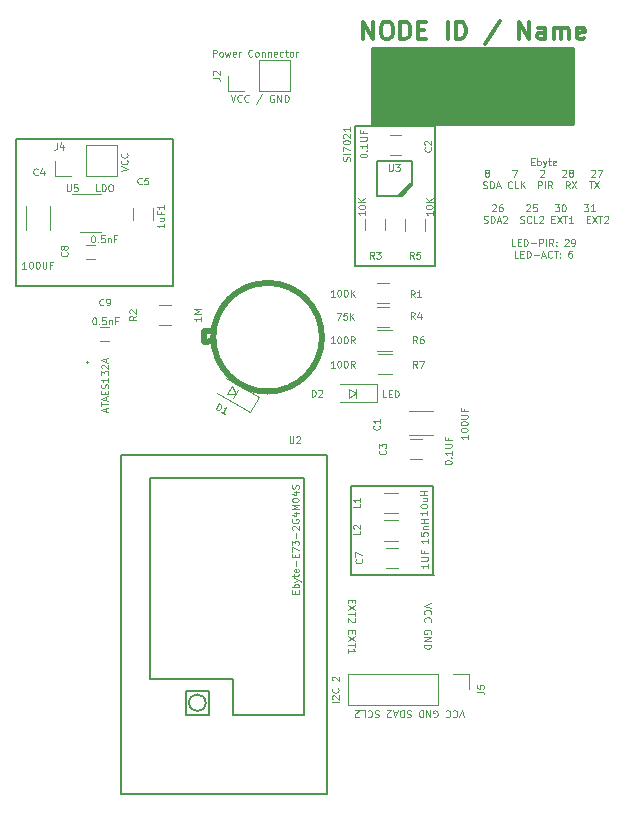
<source format=gto>
G04 #@! TF.GenerationSoftware,KiCad,Pcbnew,(5.0.0)*
G04 #@! TF.CreationDate,2018-09-08T09:56:40+02:00*
G04 #@! TF.ProjectId,v9,76392E6B696361645F70636200000000,3*
G04 #@! TF.SameCoordinates,Original*
G04 #@! TF.FileFunction,Legend,Top*
G04 #@! TF.FilePolarity,Positive*
%FSLAX46Y46*%
G04 Gerber Fmt 4.6, Leading zero omitted, Abs format (unit mm)*
G04 Created by KiCad (PCBNEW (5.0.0)) date 09/08/18 09:56:40*
%MOMM*%
%LPD*%
G01*
G04 APERTURE LIST*
%ADD10C,0.200000*%
%ADD11C,0.300000*%
%ADD12C,0.101600*%
%ADD13C,0.500000*%
%ADD14C,0.150000*%
%ADD15C,0.100000*%
%ADD16C,0.120000*%
%ADD17C,0.254000*%
G04 APERTURE END LIST*
D10*
X87950000Y-41400000D02*
X82450000Y-41400000D01*
X87950000Y-53200000D02*
X87950000Y-41400000D01*
X81150000Y-53200000D02*
X87950000Y-53200000D01*
X81150000Y-41400000D02*
X81150000Y-53200000D01*
X82450000Y-41400000D02*
X81150000Y-41400000D01*
D11*
X81842857Y-34028571D02*
X81842857Y-32528571D01*
X82700000Y-34028571D01*
X82700000Y-32528571D01*
X83700000Y-32528571D02*
X83985714Y-32528571D01*
X84128571Y-32600000D01*
X84271428Y-32742857D01*
X84342857Y-33028571D01*
X84342857Y-33528571D01*
X84271428Y-33814285D01*
X84128571Y-33957142D01*
X83985714Y-34028571D01*
X83700000Y-34028571D01*
X83557142Y-33957142D01*
X83414285Y-33814285D01*
X83342857Y-33528571D01*
X83342857Y-33028571D01*
X83414285Y-32742857D01*
X83557142Y-32600000D01*
X83700000Y-32528571D01*
X84985714Y-34028571D02*
X84985714Y-32528571D01*
X85342857Y-32528571D01*
X85557142Y-32600000D01*
X85700000Y-32742857D01*
X85771428Y-32885714D01*
X85842857Y-33171428D01*
X85842857Y-33385714D01*
X85771428Y-33671428D01*
X85700000Y-33814285D01*
X85557142Y-33957142D01*
X85342857Y-34028571D01*
X84985714Y-34028571D01*
X86485714Y-33242857D02*
X86985714Y-33242857D01*
X87200000Y-34028571D02*
X86485714Y-34028571D01*
X86485714Y-32528571D01*
X87200000Y-32528571D01*
X88985714Y-34028571D02*
X88985714Y-32528571D01*
X89700000Y-34028571D02*
X89700000Y-32528571D01*
X90057142Y-32528571D01*
X90271428Y-32600000D01*
X90414285Y-32742857D01*
X90485714Y-32885714D01*
X90557142Y-33171428D01*
X90557142Y-33385714D01*
X90485714Y-33671428D01*
X90414285Y-33814285D01*
X90271428Y-33957142D01*
X90057142Y-34028571D01*
X89700000Y-34028571D01*
X93414285Y-32457142D02*
X92128571Y-34385714D01*
X95057142Y-34028571D02*
X95057142Y-32528571D01*
X95914285Y-34028571D01*
X95914285Y-32528571D01*
X97271428Y-34028571D02*
X97271428Y-33242857D01*
X97200000Y-33100000D01*
X97057142Y-33028571D01*
X96771428Y-33028571D01*
X96628571Y-33100000D01*
X97271428Y-33957142D02*
X97128571Y-34028571D01*
X96771428Y-34028571D01*
X96628571Y-33957142D01*
X96557142Y-33814285D01*
X96557142Y-33671428D01*
X96628571Y-33528571D01*
X96771428Y-33457142D01*
X97128571Y-33457142D01*
X97271428Y-33385714D01*
X97985714Y-34028571D02*
X97985714Y-33028571D01*
X97985714Y-33171428D02*
X98057142Y-33100000D01*
X98200000Y-33028571D01*
X98414285Y-33028571D01*
X98557142Y-33100000D01*
X98628571Y-33242857D01*
X98628571Y-34028571D01*
X98628571Y-33242857D02*
X98700000Y-33100000D01*
X98842857Y-33028571D01*
X99057142Y-33028571D01*
X99200000Y-33100000D01*
X99271428Y-33242857D01*
X99271428Y-34028571D01*
X100557142Y-33957142D02*
X100414285Y-34028571D01*
X100128571Y-34028571D01*
X99985714Y-33957142D01*
X99914285Y-33814285D01*
X99914285Y-33242857D01*
X99985714Y-33100000D01*
X100128571Y-33028571D01*
X100414285Y-33028571D01*
X100557142Y-33100000D01*
X100628571Y-33242857D01*
X100628571Y-33385714D01*
X99914285Y-33528571D01*
D10*
X58570711Y-61400000D02*
G75*
G03X58570711Y-61400000I-70711J0D01*
G01*
X80800000Y-79350000D02*
X87800000Y-79350000D01*
X65700000Y-42450000D02*
X52450000Y-42450000D01*
X65700000Y-54950000D02*
X65700000Y-42450000D01*
X52450000Y-54950000D02*
X65700000Y-54950000D01*
X52450000Y-42450000D02*
X52450000Y-54950000D01*
X87787500Y-71837500D02*
X87537500Y-71837500D01*
X87787500Y-79337500D02*
X87787500Y-71837500D01*
X80787500Y-71837500D02*
X80787500Y-79337500D01*
X87537500Y-71837500D02*
X80787500Y-71837500D01*
D12*
X80892857Y-81471428D02*
X80892857Y-81671428D01*
X80578571Y-81757142D02*
X80578571Y-81471428D01*
X81178571Y-81471428D01*
X81178571Y-81757142D01*
X81178571Y-81957142D02*
X80578571Y-82357142D01*
X81178571Y-82357142D02*
X80578571Y-81957142D01*
X81178571Y-82500000D02*
X81178571Y-82842857D01*
X80578571Y-82671428D02*
X81178571Y-82671428D01*
X81121428Y-83014285D02*
X81150000Y-83042857D01*
X81178571Y-83100000D01*
X81178571Y-83242857D01*
X81150000Y-83300000D01*
X81121428Y-83328571D01*
X81064285Y-83357142D01*
X81007142Y-83357142D01*
X80921428Y-83328571D01*
X80578571Y-82985714D01*
X80578571Y-83357142D01*
X80892857Y-84071428D02*
X80892857Y-84271428D01*
X80578571Y-84357142D02*
X80578571Y-84071428D01*
X81178571Y-84071428D01*
X81178571Y-84357142D01*
X81178571Y-84557142D02*
X80578571Y-84957142D01*
X81178571Y-84957142D02*
X80578571Y-84557142D01*
X81178571Y-85100000D02*
X81178571Y-85442857D01*
X80578571Y-85271428D02*
X81178571Y-85271428D01*
X80578571Y-85957142D02*
X80578571Y-85614285D01*
X80578571Y-85785714D02*
X81178571Y-85785714D01*
X81092857Y-85728571D01*
X81035714Y-85671428D01*
X81007142Y-85614285D01*
X87603571Y-81782142D02*
X87003571Y-81982142D01*
X87603571Y-82182142D01*
X87060714Y-82725000D02*
X87032142Y-82696428D01*
X87003571Y-82610714D01*
X87003571Y-82553571D01*
X87032142Y-82467857D01*
X87089285Y-82410714D01*
X87146428Y-82382142D01*
X87260714Y-82353571D01*
X87346428Y-82353571D01*
X87460714Y-82382142D01*
X87517857Y-82410714D01*
X87575000Y-82467857D01*
X87603571Y-82553571D01*
X87603571Y-82610714D01*
X87575000Y-82696428D01*
X87546428Y-82725000D01*
X87060714Y-83325000D02*
X87032142Y-83296428D01*
X87003571Y-83210714D01*
X87003571Y-83153571D01*
X87032142Y-83067857D01*
X87089285Y-83010714D01*
X87146428Y-82982142D01*
X87260714Y-82953571D01*
X87346428Y-82953571D01*
X87460714Y-82982142D01*
X87517857Y-83010714D01*
X87575000Y-83067857D01*
X87603571Y-83153571D01*
X87603571Y-83210714D01*
X87575000Y-83296428D01*
X87546428Y-83325000D01*
X87575000Y-84353571D02*
X87603571Y-84296428D01*
X87603571Y-84210714D01*
X87575000Y-84125000D01*
X87517857Y-84067857D01*
X87460714Y-84039285D01*
X87346428Y-84010714D01*
X87260714Y-84010714D01*
X87146428Y-84039285D01*
X87089285Y-84067857D01*
X87032142Y-84125000D01*
X87003571Y-84210714D01*
X87003571Y-84267857D01*
X87032142Y-84353571D01*
X87060714Y-84382142D01*
X87260714Y-84382142D01*
X87260714Y-84267857D01*
X87003571Y-84639285D02*
X87603571Y-84639285D01*
X87003571Y-84982142D01*
X87603571Y-84982142D01*
X87003571Y-85267857D02*
X87603571Y-85267857D01*
X87603571Y-85410714D01*
X87575000Y-85496428D01*
X87517857Y-85553571D01*
X87460714Y-85582142D01*
X87346428Y-85610714D01*
X87260714Y-85610714D01*
X87146428Y-85582142D01*
X87089285Y-85553571D01*
X87032142Y-85496428D01*
X87003571Y-85410714D01*
X87003571Y-85267857D01*
X70614285Y-38721428D02*
X70814285Y-39321428D01*
X71014285Y-38721428D01*
X71557142Y-39264285D02*
X71528571Y-39292857D01*
X71442857Y-39321428D01*
X71385714Y-39321428D01*
X71300000Y-39292857D01*
X71242857Y-39235714D01*
X71214285Y-39178571D01*
X71185714Y-39064285D01*
X71185714Y-38978571D01*
X71214285Y-38864285D01*
X71242857Y-38807142D01*
X71300000Y-38750000D01*
X71385714Y-38721428D01*
X71442857Y-38721428D01*
X71528571Y-38750000D01*
X71557142Y-38778571D01*
X72157142Y-39264285D02*
X72128571Y-39292857D01*
X72042857Y-39321428D01*
X71985714Y-39321428D01*
X71900000Y-39292857D01*
X71842857Y-39235714D01*
X71814285Y-39178571D01*
X71785714Y-39064285D01*
X71785714Y-38978571D01*
X71814285Y-38864285D01*
X71842857Y-38807142D01*
X71900000Y-38750000D01*
X71985714Y-38721428D01*
X72042857Y-38721428D01*
X72128571Y-38750000D01*
X72157142Y-38778571D01*
X73300000Y-38692857D02*
X72785714Y-39464285D01*
X74271428Y-38750000D02*
X74214285Y-38721428D01*
X74128571Y-38721428D01*
X74042857Y-38750000D01*
X73985714Y-38807142D01*
X73957142Y-38864285D01*
X73928571Y-38978571D01*
X73928571Y-39064285D01*
X73957142Y-39178571D01*
X73985714Y-39235714D01*
X74042857Y-39292857D01*
X74128571Y-39321428D01*
X74185714Y-39321428D01*
X74271428Y-39292857D01*
X74300000Y-39264285D01*
X74300000Y-39064285D01*
X74185714Y-39064285D01*
X74557142Y-39321428D02*
X74557142Y-38721428D01*
X74900000Y-39321428D01*
X74900000Y-38721428D01*
X75185714Y-39321428D02*
X75185714Y-38721428D01*
X75328571Y-38721428D01*
X75414285Y-38750000D01*
X75471428Y-38807142D01*
X75500000Y-38864285D01*
X75528571Y-38978571D01*
X75528571Y-39064285D01*
X75500000Y-39178571D01*
X75471428Y-39235714D01*
X75414285Y-39292857D01*
X75328571Y-39321428D01*
X75185714Y-39321428D01*
X90387857Y-91443571D02*
X90187857Y-90843571D01*
X89987857Y-91443571D01*
X89445000Y-90900714D02*
X89473571Y-90872142D01*
X89559285Y-90843571D01*
X89616428Y-90843571D01*
X89702142Y-90872142D01*
X89759285Y-90929285D01*
X89787857Y-90986428D01*
X89816428Y-91100714D01*
X89816428Y-91186428D01*
X89787857Y-91300714D01*
X89759285Y-91357857D01*
X89702142Y-91415000D01*
X89616428Y-91443571D01*
X89559285Y-91443571D01*
X89473571Y-91415000D01*
X89445000Y-91386428D01*
X88845000Y-90900714D02*
X88873571Y-90872142D01*
X88959285Y-90843571D01*
X89016428Y-90843571D01*
X89102142Y-90872142D01*
X89159285Y-90929285D01*
X89187857Y-90986428D01*
X89216428Y-91100714D01*
X89216428Y-91186428D01*
X89187857Y-91300714D01*
X89159285Y-91357857D01*
X89102142Y-91415000D01*
X89016428Y-91443571D01*
X88959285Y-91443571D01*
X88873571Y-91415000D01*
X88845000Y-91386428D01*
X87816428Y-91415000D02*
X87873571Y-91443571D01*
X87959285Y-91443571D01*
X88045000Y-91415000D01*
X88102142Y-91357857D01*
X88130714Y-91300714D01*
X88159285Y-91186428D01*
X88159285Y-91100714D01*
X88130714Y-90986428D01*
X88102142Y-90929285D01*
X88045000Y-90872142D01*
X87959285Y-90843571D01*
X87902142Y-90843571D01*
X87816428Y-90872142D01*
X87787857Y-90900714D01*
X87787857Y-91100714D01*
X87902142Y-91100714D01*
X87530714Y-90843571D02*
X87530714Y-91443571D01*
X87187857Y-90843571D01*
X87187857Y-91443571D01*
X86902142Y-90843571D02*
X86902142Y-91443571D01*
X86759285Y-91443571D01*
X86673571Y-91415000D01*
X86616428Y-91357857D01*
X86587857Y-91300714D01*
X86559285Y-91186428D01*
X86559285Y-91100714D01*
X86587857Y-90986428D01*
X86616428Y-90929285D01*
X86673571Y-90872142D01*
X86759285Y-90843571D01*
X86902142Y-90843571D01*
X85873571Y-90872142D02*
X85787857Y-90843571D01*
X85645000Y-90843571D01*
X85587857Y-90872142D01*
X85559285Y-90900714D01*
X85530714Y-90957857D01*
X85530714Y-91015000D01*
X85559285Y-91072142D01*
X85587857Y-91100714D01*
X85645000Y-91129285D01*
X85759285Y-91157857D01*
X85816428Y-91186428D01*
X85845000Y-91215000D01*
X85873571Y-91272142D01*
X85873571Y-91329285D01*
X85845000Y-91386428D01*
X85816428Y-91415000D01*
X85759285Y-91443571D01*
X85616428Y-91443571D01*
X85530714Y-91415000D01*
X85273571Y-90843571D02*
X85273571Y-91443571D01*
X85130714Y-91443571D01*
X85045000Y-91415000D01*
X84987857Y-91357857D01*
X84959285Y-91300714D01*
X84930714Y-91186428D01*
X84930714Y-91100714D01*
X84959285Y-90986428D01*
X84987857Y-90929285D01*
X85045000Y-90872142D01*
X85130714Y-90843571D01*
X85273571Y-90843571D01*
X84702142Y-91015000D02*
X84416428Y-91015000D01*
X84759285Y-90843571D02*
X84559285Y-91443571D01*
X84359285Y-90843571D01*
X84187857Y-91386428D02*
X84159285Y-91415000D01*
X84102142Y-91443571D01*
X83959285Y-91443571D01*
X83902142Y-91415000D01*
X83873571Y-91386428D01*
X83845000Y-91329285D01*
X83845000Y-91272142D01*
X83873571Y-91186428D01*
X84216428Y-90843571D01*
X83845000Y-90843571D01*
X83159285Y-90872142D02*
X83073571Y-90843571D01*
X82930714Y-90843571D01*
X82873571Y-90872142D01*
X82845000Y-90900714D01*
X82816428Y-90957857D01*
X82816428Y-91015000D01*
X82845000Y-91072142D01*
X82873571Y-91100714D01*
X82930714Y-91129285D01*
X83045000Y-91157857D01*
X83102142Y-91186428D01*
X83130714Y-91215000D01*
X83159285Y-91272142D01*
X83159285Y-91329285D01*
X83130714Y-91386428D01*
X83102142Y-91415000D01*
X83045000Y-91443571D01*
X82902142Y-91443571D01*
X82816428Y-91415000D01*
X82216428Y-90900714D02*
X82245000Y-90872142D01*
X82330714Y-90843571D01*
X82387857Y-90843571D01*
X82473571Y-90872142D01*
X82530714Y-90929285D01*
X82559285Y-90986428D01*
X82587857Y-91100714D01*
X82587857Y-91186428D01*
X82559285Y-91300714D01*
X82530714Y-91357857D01*
X82473571Y-91415000D01*
X82387857Y-91443571D01*
X82330714Y-91443571D01*
X82245000Y-91415000D01*
X82216428Y-91386428D01*
X81673571Y-90843571D02*
X81959285Y-90843571D01*
X81959285Y-91443571D01*
X81502142Y-91386428D02*
X81473571Y-91415000D01*
X81416428Y-91443571D01*
X81273571Y-91443571D01*
X81216428Y-91415000D01*
X81187857Y-91386428D01*
X81159285Y-91329285D01*
X81159285Y-91272142D01*
X81187857Y-91186428D01*
X81530714Y-90843571D01*
X81159285Y-90843571D01*
X96070695Y-44378771D02*
X96265428Y-44378771D01*
X96348885Y-44684780D02*
X96070695Y-44684780D01*
X96070695Y-44100580D01*
X96348885Y-44100580D01*
X96599257Y-44684780D02*
X96599257Y-44100580D01*
X96599257Y-44323133D02*
X96654895Y-44295314D01*
X96766171Y-44295314D01*
X96821809Y-44323133D01*
X96849628Y-44350952D01*
X96877447Y-44406590D01*
X96877447Y-44573504D01*
X96849628Y-44629142D01*
X96821809Y-44656961D01*
X96766171Y-44684780D01*
X96654895Y-44684780D01*
X96599257Y-44656961D01*
X97072180Y-44295314D02*
X97211276Y-44684780D01*
X97350371Y-44295314D02*
X97211276Y-44684780D01*
X97155638Y-44823876D01*
X97127819Y-44851695D01*
X97072180Y-44879514D01*
X97489466Y-44295314D02*
X97712019Y-44295314D01*
X97572923Y-44100580D02*
X97572923Y-44601323D01*
X97600742Y-44656961D01*
X97656380Y-44684780D01*
X97712019Y-44684780D01*
X98129304Y-44656961D02*
X98073666Y-44684780D01*
X97962390Y-44684780D01*
X97906752Y-44656961D01*
X97878933Y-44601323D01*
X97878933Y-44378771D01*
X97906752Y-44323133D01*
X97962390Y-44295314D01*
X98073666Y-44295314D01*
X98129304Y-44323133D01*
X98157123Y-44378771D01*
X98157123Y-44434409D01*
X97878933Y-44490047D01*
X92259485Y-45328852D02*
X92203847Y-45301033D01*
X92176028Y-45273214D01*
X92148209Y-45217576D01*
X92148209Y-45189757D01*
X92176028Y-45134119D01*
X92203847Y-45106300D01*
X92259485Y-45078480D01*
X92370761Y-45078480D01*
X92426400Y-45106300D01*
X92454219Y-45134119D01*
X92482038Y-45189757D01*
X92482038Y-45217576D01*
X92454219Y-45273214D01*
X92426400Y-45301033D01*
X92370761Y-45328852D01*
X92259485Y-45328852D01*
X92203847Y-45356671D01*
X92176028Y-45384490D01*
X92148209Y-45440128D01*
X92148209Y-45551404D01*
X92176028Y-45607042D01*
X92203847Y-45634861D01*
X92259485Y-45662680D01*
X92370761Y-45662680D01*
X92426400Y-45634861D01*
X92454219Y-45607042D01*
X92482038Y-45551404D01*
X92482038Y-45440128D01*
X92454219Y-45384490D01*
X92426400Y-45356671D01*
X92370761Y-45328852D01*
X94457190Y-45078480D02*
X94846657Y-45078480D01*
X94596285Y-45662680D01*
X96821809Y-45134119D02*
X96849628Y-45106300D01*
X96905266Y-45078480D01*
X97044361Y-45078480D01*
X97100000Y-45106300D01*
X97127819Y-45134119D01*
X97155638Y-45189757D01*
X97155638Y-45245395D01*
X97127819Y-45328852D01*
X96793990Y-45662680D01*
X97155638Y-45662680D01*
X98713504Y-45134119D02*
X98741323Y-45106300D01*
X98796961Y-45078480D01*
X98936057Y-45078480D01*
X98991695Y-45106300D01*
X99019514Y-45134119D01*
X99047333Y-45189757D01*
X99047333Y-45245395D01*
X99019514Y-45328852D01*
X98685685Y-45662680D01*
X99047333Y-45662680D01*
X99381161Y-45328852D02*
X99325523Y-45301033D01*
X99297704Y-45273214D01*
X99269885Y-45217576D01*
X99269885Y-45189757D01*
X99297704Y-45134119D01*
X99325523Y-45106300D01*
X99381161Y-45078480D01*
X99492438Y-45078480D01*
X99548076Y-45106300D01*
X99575895Y-45134119D01*
X99603714Y-45189757D01*
X99603714Y-45217576D01*
X99575895Y-45273214D01*
X99548076Y-45301033D01*
X99492438Y-45328852D01*
X99381161Y-45328852D01*
X99325523Y-45356671D01*
X99297704Y-45384490D01*
X99269885Y-45440128D01*
X99269885Y-45551404D01*
X99297704Y-45607042D01*
X99325523Y-45634861D01*
X99381161Y-45662680D01*
X99492438Y-45662680D01*
X99548076Y-45634861D01*
X99575895Y-45607042D01*
X99603714Y-45551404D01*
X99603714Y-45440128D01*
X99575895Y-45384490D01*
X99548076Y-45356671D01*
X99492438Y-45328852D01*
X101161580Y-45134119D02*
X101189400Y-45106300D01*
X101245038Y-45078480D01*
X101384133Y-45078480D01*
X101439771Y-45106300D01*
X101467590Y-45134119D01*
X101495409Y-45189757D01*
X101495409Y-45245395D01*
X101467590Y-45328852D01*
X101133761Y-45662680D01*
X101495409Y-45662680D01*
X101690142Y-45078480D02*
X102079609Y-45078480D01*
X101829238Y-45662680D01*
X91995204Y-46612761D02*
X92078661Y-46640580D01*
X92217757Y-46640580D01*
X92273395Y-46612761D01*
X92301214Y-46584942D01*
X92329033Y-46529304D01*
X92329033Y-46473666D01*
X92301214Y-46418028D01*
X92273395Y-46390209D01*
X92217757Y-46362390D01*
X92106480Y-46334571D01*
X92050842Y-46306752D01*
X92023023Y-46278933D01*
X91995204Y-46223295D01*
X91995204Y-46167657D01*
X92023023Y-46112019D01*
X92050842Y-46084200D01*
X92106480Y-46056380D01*
X92245576Y-46056380D01*
X92329033Y-46084200D01*
X92579404Y-46640580D02*
X92579404Y-46056380D01*
X92718500Y-46056380D01*
X92801957Y-46084200D01*
X92857595Y-46139838D01*
X92885414Y-46195476D01*
X92913233Y-46306752D01*
X92913233Y-46390209D01*
X92885414Y-46501485D01*
X92857595Y-46557123D01*
X92801957Y-46612761D01*
X92718500Y-46640580D01*
X92579404Y-46640580D01*
X93135785Y-46473666D02*
X93413976Y-46473666D01*
X93080147Y-46640580D02*
X93274880Y-46056380D01*
X93469614Y-46640580D01*
X94443280Y-46584942D02*
X94415461Y-46612761D01*
X94332004Y-46640580D01*
X94276366Y-46640580D01*
X94192909Y-46612761D01*
X94137271Y-46557123D01*
X94109452Y-46501485D01*
X94081633Y-46390209D01*
X94081633Y-46306752D01*
X94109452Y-46195476D01*
X94137271Y-46139838D01*
X94192909Y-46084200D01*
X94276366Y-46056380D01*
X94332004Y-46056380D01*
X94415461Y-46084200D01*
X94443280Y-46112019D01*
X94971842Y-46640580D02*
X94693652Y-46640580D01*
X94693652Y-46056380D01*
X95166576Y-46640580D02*
X95166576Y-46056380D01*
X95500404Y-46640580D02*
X95250033Y-46306752D01*
X95500404Y-46056380D02*
X95166576Y-46390209D01*
X96640985Y-46640580D02*
X96640985Y-46056380D01*
X96863538Y-46056380D01*
X96919176Y-46084200D01*
X96946995Y-46112019D01*
X96974814Y-46167657D01*
X96974814Y-46251114D01*
X96946995Y-46306752D01*
X96919176Y-46334571D01*
X96863538Y-46362390D01*
X96640985Y-46362390D01*
X97225185Y-46640580D02*
X97225185Y-46056380D01*
X97837204Y-46640580D02*
X97642471Y-46362390D01*
X97503376Y-46640580D02*
X97503376Y-46056380D01*
X97725928Y-46056380D01*
X97781566Y-46084200D01*
X97809385Y-46112019D01*
X97837204Y-46167657D01*
X97837204Y-46251114D01*
X97809385Y-46306752D01*
X97781566Y-46334571D01*
X97725928Y-46362390D01*
X97503376Y-46362390D01*
X99311614Y-46640580D02*
X99116880Y-46362390D01*
X98977785Y-46640580D02*
X98977785Y-46056380D01*
X99200338Y-46056380D01*
X99255976Y-46084200D01*
X99283795Y-46112019D01*
X99311614Y-46167657D01*
X99311614Y-46251114D01*
X99283795Y-46306752D01*
X99255976Y-46334571D01*
X99200338Y-46362390D01*
X98977785Y-46362390D01*
X99506347Y-46056380D02*
X99895814Y-46640580D01*
X99895814Y-46056380D02*
X99506347Y-46640580D01*
X100925119Y-46056380D02*
X101258947Y-46056380D01*
X101092033Y-46640580D02*
X101092033Y-46056380D01*
X101398042Y-46056380D02*
X101787509Y-46640580D01*
X101787509Y-46056380D02*
X101398042Y-46640580D01*
X92760228Y-48067819D02*
X92788047Y-48040000D01*
X92843685Y-48012180D01*
X92982780Y-48012180D01*
X93038419Y-48040000D01*
X93066238Y-48067819D01*
X93094057Y-48123457D01*
X93094057Y-48179095D01*
X93066238Y-48262552D01*
X92732409Y-48596380D01*
X93094057Y-48596380D01*
X93594800Y-48012180D02*
X93483523Y-48012180D01*
X93427885Y-48040000D01*
X93400066Y-48067819D01*
X93344428Y-48151276D01*
X93316609Y-48262552D01*
X93316609Y-48485104D01*
X93344428Y-48540742D01*
X93372247Y-48568561D01*
X93427885Y-48596380D01*
X93539161Y-48596380D01*
X93594800Y-48568561D01*
X93622619Y-48540742D01*
X93650438Y-48485104D01*
X93650438Y-48346009D01*
X93622619Y-48290371D01*
X93594800Y-48262552D01*
X93539161Y-48234733D01*
X93427885Y-48234733D01*
X93372247Y-48262552D01*
X93344428Y-48290371D01*
X93316609Y-48346009D01*
X95653409Y-48067819D02*
X95681228Y-48040000D01*
X95736866Y-48012180D01*
X95875961Y-48012180D01*
X95931600Y-48040000D01*
X95959419Y-48067819D01*
X95987238Y-48123457D01*
X95987238Y-48179095D01*
X95959419Y-48262552D01*
X95625590Y-48596380D01*
X95987238Y-48596380D01*
X96515800Y-48012180D02*
X96237609Y-48012180D01*
X96209790Y-48290371D01*
X96237609Y-48262552D01*
X96293247Y-48234733D01*
X96432342Y-48234733D01*
X96487980Y-48262552D01*
X96515800Y-48290371D01*
X96543619Y-48346009D01*
X96543619Y-48485104D01*
X96515800Y-48540742D01*
X96487980Y-48568561D01*
X96432342Y-48596380D01*
X96293247Y-48596380D01*
X96237609Y-48568561D01*
X96209790Y-48540742D01*
X98073666Y-48012180D02*
X98435314Y-48012180D01*
X98240580Y-48234733D01*
X98324038Y-48234733D01*
X98379676Y-48262552D01*
X98407495Y-48290371D01*
X98435314Y-48346009D01*
X98435314Y-48485104D01*
X98407495Y-48540742D01*
X98379676Y-48568561D01*
X98324038Y-48596380D01*
X98157123Y-48596380D01*
X98101485Y-48568561D01*
X98073666Y-48540742D01*
X98796961Y-48012180D02*
X98852600Y-48012180D01*
X98908238Y-48040000D01*
X98936057Y-48067819D01*
X98963876Y-48123457D01*
X98991695Y-48234733D01*
X98991695Y-48373828D01*
X98963876Y-48485104D01*
X98936057Y-48540742D01*
X98908238Y-48568561D01*
X98852600Y-48596380D01*
X98796961Y-48596380D01*
X98741323Y-48568561D01*
X98713504Y-48540742D01*
X98685685Y-48485104D01*
X98657866Y-48373828D01*
X98657866Y-48234733D01*
X98685685Y-48123457D01*
X98713504Y-48067819D01*
X98741323Y-48040000D01*
X98796961Y-48012180D01*
X100521742Y-48012180D02*
X100883390Y-48012180D01*
X100688657Y-48234733D01*
X100772114Y-48234733D01*
X100827752Y-48262552D01*
X100855571Y-48290371D01*
X100883390Y-48346009D01*
X100883390Y-48485104D01*
X100855571Y-48540742D01*
X100827752Y-48568561D01*
X100772114Y-48596380D01*
X100605200Y-48596380D01*
X100549561Y-48568561D01*
X100521742Y-48540742D01*
X101439771Y-48596380D02*
X101105942Y-48596380D01*
X101272857Y-48596380D02*
X101272857Y-48012180D01*
X101217219Y-48095638D01*
X101161580Y-48151276D01*
X101105942Y-48179095D01*
X92050842Y-49546461D02*
X92134300Y-49574280D01*
X92273395Y-49574280D01*
X92329033Y-49546461D01*
X92356852Y-49518642D01*
X92384671Y-49463004D01*
X92384671Y-49407366D01*
X92356852Y-49351728D01*
X92329033Y-49323909D01*
X92273395Y-49296090D01*
X92162119Y-49268271D01*
X92106480Y-49240452D01*
X92078661Y-49212633D01*
X92050842Y-49156995D01*
X92050842Y-49101357D01*
X92078661Y-49045719D01*
X92106480Y-49017900D01*
X92162119Y-48990080D01*
X92301214Y-48990080D01*
X92384671Y-49017900D01*
X92635042Y-49574280D02*
X92635042Y-48990080D01*
X92774138Y-48990080D01*
X92857595Y-49017900D01*
X92913233Y-49073538D01*
X92941052Y-49129176D01*
X92968871Y-49240452D01*
X92968871Y-49323909D01*
X92941052Y-49435185D01*
X92913233Y-49490823D01*
X92857595Y-49546461D01*
X92774138Y-49574280D01*
X92635042Y-49574280D01*
X93191423Y-49407366D02*
X93469614Y-49407366D01*
X93135785Y-49574280D02*
X93330519Y-48990080D01*
X93525252Y-49574280D01*
X93692166Y-49045719D02*
X93719985Y-49017900D01*
X93775623Y-48990080D01*
X93914719Y-48990080D01*
X93970357Y-49017900D01*
X93998176Y-49045719D01*
X94025995Y-49101357D01*
X94025995Y-49156995D01*
X93998176Y-49240452D01*
X93664347Y-49574280D01*
X94025995Y-49574280D01*
X95138757Y-49546461D02*
X95222214Y-49574280D01*
X95361309Y-49574280D01*
X95416947Y-49546461D01*
X95444766Y-49518642D01*
X95472585Y-49463004D01*
X95472585Y-49407366D01*
X95444766Y-49351728D01*
X95416947Y-49323909D01*
X95361309Y-49296090D01*
X95250033Y-49268271D01*
X95194395Y-49240452D01*
X95166576Y-49212633D01*
X95138757Y-49156995D01*
X95138757Y-49101357D01*
X95166576Y-49045719D01*
X95194395Y-49017900D01*
X95250033Y-48990080D01*
X95389128Y-48990080D01*
X95472585Y-49017900D01*
X96056785Y-49518642D02*
X96028966Y-49546461D01*
X95945509Y-49574280D01*
X95889871Y-49574280D01*
X95806414Y-49546461D01*
X95750776Y-49490823D01*
X95722957Y-49435185D01*
X95695138Y-49323909D01*
X95695138Y-49240452D01*
X95722957Y-49129176D01*
X95750776Y-49073538D01*
X95806414Y-49017900D01*
X95889871Y-48990080D01*
X95945509Y-48990080D01*
X96028966Y-49017900D01*
X96056785Y-49045719D01*
X96585347Y-49574280D02*
X96307157Y-49574280D01*
X96307157Y-48990080D01*
X96752261Y-49045719D02*
X96780080Y-49017900D01*
X96835719Y-48990080D01*
X96974814Y-48990080D01*
X97030452Y-49017900D01*
X97058271Y-49045719D01*
X97086090Y-49101357D01*
X97086090Y-49156995D01*
X97058271Y-49240452D01*
X96724442Y-49574280D01*
X97086090Y-49574280D01*
X97781566Y-49268271D02*
X97976300Y-49268271D01*
X98059757Y-49574280D02*
X97781566Y-49574280D01*
X97781566Y-48990080D01*
X98059757Y-48990080D01*
X98254490Y-48990080D02*
X98643957Y-49574280D01*
X98643957Y-48990080D02*
X98254490Y-49574280D01*
X98783052Y-48990080D02*
X99116880Y-48990080D01*
X98949966Y-49574280D02*
X98949966Y-48990080D01*
X99617623Y-49574280D02*
X99283795Y-49574280D01*
X99450709Y-49574280D02*
X99450709Y-48990080D01*
X99395071Y-49073538D01*
X99339433Y-49129176D01*
X99283795Y-49156995D01*
X100758204Y-49268271D02*
X100952938Y-49268271D01*
X101036395Y-49574280D02*
X100758204Y-49574280D01*
X100758204Y-48990080D01*
X101036395Y-48990080D01*
X101231128Y-48990080D02*
X101620595Y-49574280D01*
X101620595Y-48990080D02*
X101231128Y-49574280D01*
X101759690Y-48990080D02*
X102093519Y-48990080D01*
X101926604Y-49574280D02*
X101926604Y-48990080D01*
X102260433Y-49045719D02*
X102288252Y-49017900D01*
X102343890Y-48990080D01*
X102482985Y-48990080D01*
X102538623Y-49017900D01*
X102566442Y-49045719D01*
X102594261Y-49101357D01*
X102594261Y-49156995D01*
X102566442Y-49240452D01*
X102232614Y-49574280D01*
X102594261Y-49574280D01*
X94721471Y-51530080D02*
X94443280Y-51530080D01*
X94443280Y-50945880D01*
X94916204Y-51224071D02*
X95110938Y-51224071D01*
X95194395Y-51530080D02*
X94916204Y-51530080D01*
X94916204Y-50945880D01*
X95194395Y-50945880D01*
X95444766Y-51530080D02*
X95444766Y-50945880D01*
X95583861Y-50945880D01*
X95667319Y-50973700D01*
X95722957Y-51029338D01*
X95750776Y-51084976D01*
X95778595Y-51196252D01*
X95778595Y-51279709D01*
X95750776Y-51390985D01*
X95722957Y-51446623D01*
X95667319Y-51502261D01*
X95583861Y-51530080D01*
X95444766Y-51530080D01*
X96028966Y-51307528D02*
X96474071Y-51307528D01*
X96752261Y-51530080D02*
X96752261Y-50945880D01*
X96974814Y-50945880D01*
X97030452Y-50973700D01*
X97058271Y-51001519D01*
X97086090Y-51057157D01*
X97086090Y-51140614D01*
X97058271Y-51196252D01*
X97030452Y-51224071D01*
X96974814Y-51251890D01*
X96752261Y-51251890D01*
X97336461Y-51530080D02*
X97336461Y-50945880D01*
X97948480Y-51530080D02*
X97753747Y-51251890D01*
X97614652Y-51530080D02*
X97614652Y-50945880D01*
X97837204Y-50945880D01*
X97892842Y-50973700D01*
X97920661Y-51001519D01*
X97948480Y-51057157D01*
X97948480Y-51140614D01*
X97920661Y-51196252D01*
X97892842Y-51224071D01*
X97837204Y-51251890D01*
X97614652Y-51251890D01*
X98198852Y-51474442D02*
X98226671Y-51502261D01*
X98198852Y-51530080D01*
X98171033Y-51502261D01*
X98198852Y-51474442D01*
X98198852Y-51530080D01*
X98198852Y-51168433D02*
X98226671Y-51196252D01*
X98198852Y-51224071D01*
X98171033Y-51196252D01*
X98198852Y-51168433D01*
X98198852Y-51224071D01*
X98894328Y-51001519D02*
X98922147Y-50973700D01*
X98977785Y-50945880D01*
X99116880Y-50945880D01*
X99172519Y-50973700D01*
X99200338Y-51001519D01*
X99228157Y-51057157D01*
X99228157Y-51112795D01*
X99200338Y-51196252D01*
X98866509Y-51530080D01*
X99228157Y-51530080D01*
X99506347Y-51530080D02*
X99617623Y-51530080D01*
X99673261Y-51502261D01*
X99701080Y-51474442D01*
X99756719Y-51390985D01*
X99784538Y-51279709D01*
X99784538Y-51057157D01*
X99756719Y-51001519D01*
X99728900Y-50973700D01*
X99673261Y-50945880D01*
X99561985Y-50945880D01*
X99506347Y-50973700D01*
X99478528Y-51001519D01*
X99450709Y-51057157D01*
X99450709Y-51196252D01*
X99478528Y-51251890D01*
X99506347Y-51279709D01*
X99561985Y-51307528D01*
X99673261Y-51307528D01*
X99728900Y-51279709D01*
X99756719Y-51251890D01*
X99784538Y-51196252D01*
X94957933Y-52507980D02*
X94679742Y-52507980D01*
X94679742Y-51923780D01*
X95152666Y-52201971D02*
X95347400Y-52201971D01*
X95430857Y-52507980D02*
X95152666Y-52507980D01*
X95152666Y-51923780D01*
X95430857Y-51923780D01*
X95681228Y-52507980D02*
X95681228Y-51923780D01*
X95820323Y-51923780D01*
X95903780Y-51951600D01*
X95959419Y-52007238D01*
X95987238Y-52062876D01*
X96015057Y-52174152D01*
X96015057Y-52257609D01*
X95987238Y-52368885D01*
X95959419Y-52424523D01*
X95903780Y-52480161D01*
X95820323Y-52507980D01*
X95681228Y-52507980D01*
X96265428Y-52285428D02*
X96710533Y-52285428D01*
X96960904Y-52341066D02*
X97239095Y-52341066D01*
X96905266Y-52507980D02*
X97100000Y-51923780D01*
X97294733Y-52507980D01*
X97823295Y-52452342D02*
X97795476Y-52480161D01*
X97712019Y-52507980D01*
X97656380Y-52507980D01*
X97572923Y-52480161D01*
X97517285Y-52424523D01*
X97489466Y-52368885D01*
X97461647Y-52257609D01*
X97461647Y-52174152D01*
X97489466Y-52062876D01*
X97517285Y-52007238D01*
X97572923Y-51951600D01*
X97656380Y-51923780D01*
X97712019Y-51923780D01*
X97795476Y-51951600D01*
X97823295Y-51979419D01*
X97990209Y-51923780D02*
X98324038Y-51923780D01*
X98157123Y-52507980D02*
X98157123Y-51923780D01*
X98518771Y-52452342D02*
X98546590Y-52480161D01*
X98518771Y-52507980D01*
X98490952Y-52480161D01*
X98518771Y-52452342D01*
X98518771Y-52507980D01*
X98518771Y-52146333D02*
X98546590Y-52174152D01*
X98518771Y-52201971D01*
X98490952Y-52174152D01*
X98518771Y-52146333D01*
X98518771Y-52201971D01*
X99492438Y-51923780D02*
X99381161Y-51923780D01*
X99325523Y-51951600D01*
X99297704Y-51979419D01*
X99242066Y-52062876D01*
X99214247Y-52174152D01*
X99214247Y-52396704D01*
X99242066Y-52452342D01*
X99269885Y-52480161D01*
X99325523Y-52507980D01*
X99436800Y-52507980D01*
X99492438Y-52480161D01*
X99520257Y-52452342D01*
X99548076Y-52396704D01*
X99548076Y-52257609D01*
X99520257Y-52201971D01*
X99492438Y-52174152D01*
X99436800Y-52146333D01*
X99325523Y-52146333D01*
X99269885Y-52174152D01*
X99242066Y-52201971D01*
X99214247Y-52257609D01*
D13*
G04 #@! TO.C,U4*
X68375988Y-59674264D02*
X68375988Y-58684315D01*
X69153806Y-59603553D02*
X68375988Y-59674264D01*
X68375988Y-58684315D02*
X69153806Y-58684315D01*
X78350000Y-59250000D02*
G75*
G03X78350000Y-59250000I-4600000J0D01*
G01*
D14*
G04 #@! TO.C,U3*
X85000000Y-47300000D02*
X83000000Y-47300000D01*
X83000000Y-47300000D02*
X83000000Y-44300000D01*
X83000000Y-44300000D02*
X86000000Y-44300000D01*
X86000000Y-44300000D02*
X86000000Y-46300000D01*
X86000000Y-46300000D02*
X85000000Y-47300000D01*
X85000000Y-47300000D02*
X85100000Y-47300000D01*
X85100000Y-47300000D02*
X86000000Y-46400000D01*
X86000000Y-46400000D02*
X86000000Y-46300000D01*
X86000000Y-46300000D02*
X86000000Y-46200000D01*
X86000000Y-46200000D02*
X85900000Y-46200000D01*
X85900000Y-46200000D02*
X84800000Y-47300000D01*
G04 #@! TO.C,U2*
X68800000Y-89200000D02*
X66800000Y-89200000D01*
X66800000Y-89200000D02*
X66800000Y-91200000D01*
X66800000Y-91200000D02*
X68800000Y-91200000D01*
X68800000Y-91200000D02*
X68800000Y-89200000D01*
X68507107Y-90200000D02*
G75*
G03X68507107Y-90200000I-707107J0D01*
G01*
X76800000Y-71200000D02*
X63800000Y-71200000D01*
X63800000Y-71200000D02*
X63800000Y-88200000D01*
X63800000Y-88200000D02*
X70800000Y-88200000D01*
X70800000Y-88200000D02*
X70800000Y-91200000D01*
X70800000Y-91200000D02*
X76800000Y-91200000D01*
X76800000Y-91200000D02*
X76800000Y-71200000D01*
X78800000Y-69200000D02*
X61300000Y-69200000D01*
X61300000Y-69200000D02*
X61300000Y-97900000D01*
X61300000Y-97900000D02*
X78800000Y-97900000D01*
X78800000Y-97900000D02*
X78800000Y-69200000D01*
D15*
G04 #@! TO.C,D1*
X70846410Y-64396410D02*
X71246410Y-63703590D01*
X71046410Y-64050000D02*
X70326795Y-64096410D01*
X70726795Y-63403590D02*
X71046410Y-64050000D01*
X70326795Y-64096410D02*
X70726795Y-63403590D01*
D16*
X70208975Y-62700481D02*
X72980256Y-64300481D01*
X72230256Y-65599519D02*
X69458975Y-63999519D01*
X72230256Y-65599519D02*
X72980256Y-64300481D01*
D15*
G04 #@! TO.C,D2*
X81250000Y-64400000D02*
X81250000Y-63600000D01*
X81250000Y-64000000D02*
X80650000Y-64400000D01*
X80650000Y-63600000D02*
X81250000Y-64000000D01*
X80650000Y-64400000D02*
X80650000Y-63600000D01*
D16*
X79850000Y-63250000D02*
X83050000Y-63250000D01*
X83050000Y-64750000D02*
X79850000Y-64750000D01*
X83050000Y-64750000D02*
X83050000Y-63250000D01*
G04 #@! TO.C,C1*
X87750000Y-65530000D02*
X85750000Y-65530000D01*
X85750000Y-67570000D02*
X87750000Y-67570000D01*
G04 #@! TO.C,C2*
X84075000Y-43825000D02*
X85075000Y-43825000D01*
X85075000Y-42125000D02*
X84075000Y-42125000D01*
G04 #@! TO.C,C3*
X86800000Y-67900000D02*
X85800000Y-67900000D01*
X85800000Y-69600000D02*
X86800000Y-69600000D01*
G04 #@! TO.C,C4*
X55295000Y-50175000D02*
X55295000Y-48175000D01*
X53255000Y-48175000D02*
X53255000Y-50175000D01*
G04 #@! TO.C,C5*
X62325000Y-48300000D02*
X62325000Y-49300000D01*
X64025000Y-49300000D02*
X64025000Y-48300000D01*
G04 #@! TO.C,J2*
X75620000Y-38430000D02*
X75620000Y-35770000D01*
X73020000Y-38430000D02*
X75620000Y-38430000D01*
X73020000Y-35770000D02*
X75620000Y-35770000D01*
X73020000Y-38430000D02*
X73020000Y-35770000D01*
X71750000Y-38430000D02*
X70420000Y-38430000D01*
X70420000Y-38430000D02*
X70420000Y-37100000D01*
G04 #@! TO.C,J4*
X60970000Y-45630000D02*
X60970000Y-42970000D01*
X58370000Y-45630000D02*
X60970000Y-45630000D01*
X58370000Y-42970000D02*
X60970000Y-42970000D01*
X58370000Y-45630000D02*
X58370000Y-42970000D01*
X57100000Y-45630000D02*
X55770000Y-45630000D01*
X55770000Y-45630000D02*
X55770000Y-44300000D01*
G04 #@! TO.C,J5*
X80515000Y-87745000D02*
X80515000Y-90405000D01*
X88195000Y-87745000D02*
X80515000Y-87745000D01*
X88195000Y-90405000D02*
X80515000Y-90405000D01*
X88195000Y-87745000D02*
X88195000Y-90405000D01*
X89465000Y-87745000D02*
X90795000Y-87745000D01*
X90795000Y-87745000D02*
X90795000Y-89075000D01*
G04 #@! TO.C,R1*
X84050000Y-54650000D02*
X83050000Y-54650000D01*
X83050000Y-56350000D02*
X84050000Y-56350000D01*
G04 #@! TO.C,R2*
X64550000Y-58200000D02*
X65550000Y-58200000D01*
X65550000Y-56500000D02*
X64550000Y-56500000D01*
G04 #@! TO.C,R3*
X83700000Y-50200000D02*
X83700000Y-49200000D01*
X82000000Y-49200000D02*
X82000000Y-50200000D01*
G04 #@! TO.C,R4*
X83050000Y-58350000D02*
X84050000Y-58350000D01*
X84050000Y-56650000D02*
X83050000Y-56650000D01*
G04 #@! TO.C,R5*
X85375000Y-49225000D02*
X85375000Y-50225000D01*
X87075000Y-50225000D02*
X87075000Y-49225000D01*
G04 #@! TO.C,R6*
X84250000Y-60380000D02*
X83050000Y-60380000D01*
X83050000Y-58620000D02*
X84250000Y-58620000D01*
G04 #@! TO.C,R7*
X84275000Y-62405000D02*
X83075000Y-62405000D01*
X83075000Y-60645000D02*
X84275000Y-60645000D01*
G04 #@! TO.C,L1*
X84767500Y-74167500D02*
X83567500Y-74167500D01*
X83567500Y-72407500D02*
X84767500Y-72407500D01*
G04 #@! TO.C,L2*
X83567500Y-74727500D02*
X84767500Y-74727500D01*
X84767500Y-76487500D02*
X83567500Y-76487500D01*
G04 #@! TO.C,C7*
X83777500Y-78767500D02*
X84777500Y-78767500D01*
X84777500Y-77067500D02*
X83777500Y-77067500D01*
G04 #@! TO.C,C8*
X59100000Y-52600000D02*
X58400000Y-52600000D01*
X58400000Y-51400000D02*
X59100000Y-51400000D01*
G04 #@! TO.C,U5*
X57850000Y-50335000D02*
X59650000Y-50335000D01*
X59650000Y-47115000D02*
X57200000Y-47115000D01*
G04 #@! TO.C,C9*
X59600000Y-58400000D02*
X60300000Y-58400000D01*
X60300000Y-59600000D02*
X59600000Y-59600000D01*
G04 #@! TO.C,U3*
D12*
X84004895Y-44580080D02*
X84004895Y-45053004D01*
X84032714Y-45108642D01*
X84060533Y-45136461D01*
X84116171Y-45164280D01*
X84227447Y-45164280D01*
X84283085Y-45136461D01*
X84310904Y-45108642D01*
X84338723Y-45053004D01*
X84338723Y-44580080D01*
X84561276Y-44580080D02*
X84922923Y-44580080D01*
X84728190Y-44802633D01*
X84811647Y-44802633D01*
X84867285Y-44830452D01*
X84895104Y-44858271D01*
X84922923Y-44913909D01*
X84922923Y-45053004D01*
X84895104Y-45108642D01*
X84867285Y-45136461D01*
X84811647Y-45164280D01*
X84644733Y-45164280D01*
X84589095Y-45136461D01*
X84561276Y-45108642D01*
X80686461Y-44318771D02*
X80714280Y-44235314D01*
X80714280Y-44096219D01*
X80686461Y-44040580D01*
X80658642Y-44012761D01*
X80603004Y-43984942D01*
X80547366Y-43984942D01*
X80491728Y-44012761D01*
X80463909Y-44040580D01*
X80436090Y-44096219D01*
X80408271Y-44207495D01*
X80380452Y-44263133D01*
X80352633Y-44290952D01*
X80296995Y-44318771D01*
X80241357Y-44318771D01*
X80185719Y-44290952D01*
X80157900Y-44263133D01*
X80130080Y-44207495D01*
X80130080Y-44068400D01*
X80157900Y-43984942D01*
X80714280Y-43734571D02*
X80324814Y-43734571D01*
X80130080Y-43734571D02*
X80157900Y-43762390D01*
X80185719Y-43734571D01*
X80157900Y-43706752D01*
X80130080Y-43734571D01*
X80185719Y-43734571D01*
X80130080Y-43512019D02*
X80130080Y-43122552D01*
X80714280Y-43372923D01*
X80130080Y-42788723D02*
X80130080Y-42733085D01*
X80157900Y-42677447D01*
X80185719Y-42649628D01*
X80241357Y-42621809D01*
X80352633Y-42593990D01*
X80491728Y-42593990D01*
X80603004Y-42621809D01*
X80658642Y-42649628D01*
X80686461Y-42677447D01*
X80714280Y-42733085D01*
X80714280Y-42788723D01*
X80686461Y-42844361D01*
X80658642Y-42872180D01*
X80603004Y-42900000D01*
X80491728Y-42927819D01*
X80352633Y-42927819D01*
X80241357Y-42900000D01*
X80185719Y-42872180D01*
X80157900Y-42844361D01*
X80130080Y-42788723D01*
X80185719Y-42371438D02*
X80157900Y-42343619D01*
X80130080Y-42287980D01*
X80130080Y-42148885D01*
X80157900Y-42093247D01*
X80185719Y-42065428D01*
X80241357Y-42037609D01*
X80296995Y-42037609D01*
X80380452Y-42065428D01*
X80714280Y-42399257D01*
X80714280Y-42037609D01*
X80714280Y-41481228D02*
X80714280Y-41815057D01*
X80714280Y-41648142D02*
X80130080Y-41648142D01*
X80213538Y-41703780D01*
X80269176Y-41759419D01*
X80296995Y-41815057D01*
G04 #@! TO.C,U2*
X75604895Y-67630080D02*
X75604895Y-68103004D01*
X75632714Y-68158642D01*
X75660533Y-68186461D01*
X75716171Y-68214280D01*
X75827447Y-68214280D01*
X75883085Y-68186461D01*
X75910904Y-68158642D01*
X75938723Y-68103004D01*
X75938723Y-67630080D01*
X76189095Y-67685719D02*
X76216914Y-67657900D01*
X76272552Y-67630080D01*
X76411647Y-67630080D01*
X76467285Y-67657900D01*
X76495104Y-67685719D01*
X76522923Y-67741357D01*
X76522923Y-67796995D01*
X76495104Y-67880452D01*
X76161276Y-68214280D01*
X76522923Y-68214280D01*
X76084127Y-80951221D02*
X76084127Y-80756488D01*
X76390136Y-80673031D02*
X76390136Y-80951221D01*
X75805936Y-80951221D01*
X75805936Y-80673031D01*
X76390136Y-80422659D02*
X75805936Y-80422659D01*
X76028489Y-80422659D02*
X76000670Y-80367021D01*
X76000670Y-80255745D01*
X76028489Y-80200107D01*
X76056308Y-80172288D01*
X76111946Y-80144469D01*
X76278860Y-80144469D01*
X76334498Y-80172288D01*
X76362317Y-80200107D01*
X76390136Y-80255745D01*
X76390136Y-80367021D01*
X76362317Y-80422659D01*
X76000670Y-79949736D02*
X76390136Y-79810640D01*
X76000670Y-79671545D02*
X76390136Y-79810640D01*
X76529232Y-79866279D01*
X76557051Y-79894098D01*
X76584870Y-79949736D01*
X76000670Y-79532450D02*
X76000670Y-79309898D01*
X75805936Y-79448993D02*
X76306679Y-79448993D01*
X76362317Y-79421174D01*
X76390136Y-79365536D01*
X76390136Y-79309898D01*
X76362317Y-78892612D02*
X76390136Y-78948250D01*
X76390136Y-79059526D01*
X76362317Y-79115164D01*
X76306679Y-79142983D01*
X76084127Y-79142983D01*
X76028489Y-79115164D01*
X76000670Y-79059526D01*
X76000670Y-78948250D01*
X76028489Y-78892612D01*
X76084127Y-78864793D01*
X76139765Y-78864793D01*
X76195403Y-79142983D01*
X76167584Y-78614421D02*
X76167584Y-78169317D01*
X76084127Y-77891126D02*
X76084127Y-77696393D01*
X76390136Y-77612936D02*
X76390136Y-77891126D01*
X75805936Y-77891126D01*
X75805936Y-77612936D01*
X75805936Y-77418202D02*
X75805936Y-77028736D01*
X76390136Y-77279107D01*
X75805936Y-76861821D02*
X75805936Y-76500174D01*
X76028489Y-76694907D01*
X76028489Y-76611450D01*
X76056308Y-76555812D01*
X76084127Y-76527993D01*
X76139765Y-76500174D01*
X76278860Y-76500174D01*
X76334498Y-76527993D01*
X76362317Y-76555812D01*
X76390136Y-76611450D01*
X76390136Y-76778364D01*
X76362317Y-76834002D01*
X76334498Y-76861821D01*
X76167584Y-76249802D02*
X76167584Y-75804698D01*
X75861575Y-75554326D02*
X75833756Y-75526507D01*
X75805936Y-75470869D01*
X75805936Y-75331774D01*
X75833756Y-75276136D01*
X75861575Y-75248317D01*
X75917213Y-75220498D01*
X75972851Y-75220498D01*
X76056308Y-75248317D01*
X76390136Y-75582145D01*
X76390136Y-75220498D01*
X75833756Y-74664117D02*
X75805936Y-74719755D01*
X75805936Y-74803212D01*
X75833756Y-74886669D01*
X75889394Y-74942307D01*
X75945032Y-74970126D01*
X76056308Y-74997945D01*
X76139765Y-74997945D01*
X76251041Y-74970126D01*
X76306679Y-74942307D01*
X76362317Y-74886669D01*
X76390136Y-74803212D01*
X76390136Y-74747574D01*
X76362317Y-74664117D01*
X76334498Y-74636298D01*
X76139765Y-74636298D01*
X76139765Y-74747574D01*
X76000670Y-74135555D02*
X76390136Y-74135555D01*
X75778117Y-74274650D02*
X76195403Y-74413745D01*
X76195403Y-74052098D01*
X76390136Y-73829545D02*
X75805936Y-73829545D01*
X76223222Y-73634812D01*
X75805936Y-73440079D01*
X76390136Y-73440079D01*
X75805936Y-73050612D02*
X75805936Y-72994974D01*
X75833756Y-72939336D01*
X75861575Y-72911517D01*
X75917213Y-72883698D01*
X76028489Y-72855879D01*
X76167584Y-72855879D01*
X76278860Y-72883698D01*
X76334498Y-72911517D01*
X76362317Y-72939336D01*
X76390136Y-72994974D01*
X76390136Y-73050612D01*
X76362317Y-73106250D01*
X76334498Y-73134069D01*
X76278860Y-73161888D01*
X76167584Y-73189707D01*
X76028489Y-73189707D01*
X75917213Y-73161888D01*
X75861575Y-73134069D01*
X75833756Y-73106250D01*
X75805936Y-73050612D01*
X76000670Y-72355136D02*
X76390136Y-72355136D01*
X75778117Y-72494231D02*
X76195403Y-72633326D01*
X76195403Y-72271679D01*
X76362317Y-72076945D02*
X76390136Y-71993488D01*
X76390136Y-71854393D01*
X76362317Y-71798755D01*
X76334498Y-71770936D01*
X76278860Y-71743117D01*
X76223222Y-71743117D01*
X76167584Y-71770936D01*
X76139765Y-71798755D01*
X76111946Y-71854393D01*
X76084127Y-71965669D01*
X76056308Y-72021307D01*
X76028489Y-72049126D01*
X75972851Y-72076945D01*
X75917213Y-72076945D01*
X75861575Y-72049126D01*
X75833756Y-72021307D01*
X75805936Y-71965669D01*
X75805936Y-71826574D01*
X75833756Y-71743117D01*
G04 #@! TO.C,D1*
X69344433Y-65335519D02*
X69636533Y-64829587D01*
X69756993Y-64899134D01*
X69815359Y-64964955D01*
X69835724Y-65040958D01*
X69831997Y-65103052D01*
X69800451Y-65213329D01*
X69758723Y-65285605D01*
X69678993Y-65368064D01*
X69627082Y-65402338D01*
X69551079Y-65422703D01*
X69464893Y-65405067D01*
X69344433Y-65335519D01*
X70115377Y-65780624D02*
X69826273Y-65613709D01*
X69970825Y-65697167D02*
X70262925Y-65191234D01*
X70173012Y-65235691D01*
X70097009Y-65256056D01*
X70034916Y-65252329D01*
G04 #@! TO.C,D2*
X77493804Y-64289280D02*
X77493804Y-63705080D01*
X77632900Y-63705080D01*
X77716357Y-63732900D01*
X77771995Y-63788538D01*
X77799814Y-63844176D01*
X77827633Y-63955452D01*
X77827633Y-64038909D01*
X77799814Y-64150185D01*
X77771995Y-64205823D01*
X77716357Y-64261461D01*
X77632900Y-64289280D01*
X77493804Y-64289280D01*
X78050185Y-63760719D02*
X78078004Y-63732900D01*
X78133642Y-63705080D01*
X78272738Y-63705080D01*
X78328376Y-63732900D01*
X78356195Y-63760719D01*
X78384014Y-63816357D01*
X78384014Y-63871995D01*
X78356195Y-63955452D01*
X78022366Y-64289280D01*
X78384014Y-64289280D01*
X83799442Y-64339280D02*
X83521252Y-64339280D01*
X83521252Y-63755080D01*
X83994176Y-64033271D02*
X84188909Y-64033271D01*
X84272366Y-64339280D02*
X83994176Y-64339280D01*
X83994176Y-63755080D01*
X84272366Y-63755080D01*
X84522738Y-64339280D02*
X84522738Y-63755080D01*
X84661833Y-63755080D01*
X84745290Y-63782900D01*
X84800928Y-63838538D01*
X84828747Y-63894176D01*
X84856566Y-64005452D01*
X84856566Y-64088909D01*
X84828747Y-64200185D01*
X84800928Y-64255823D01*
X84745290Y-64311461D01*
X84661833Y-64339280D01*
X84522738Y-64339280D01*
G04 #@! TO.C,C1*
X83198642Y-66727366D02*
X83226461Y-66755185D01*
X83254280Y-66838642D01*
X83254280Y-66894280D01*
X83226461Y-66977738D01*
X83170823Y-67033376D01*
X83115185Y-67061195D01*
X83003909Y-67089014D01*
X82920452Y-67089014D01*
X82809176Y-67061195D01*
X82753538Y-67033376D01*
X82697900Y-66977738D01*
X82670080Y-66894280D01*
X82670080Y-66838642D01*
X82697900Y-66755185D01*
X82725719Y-66727366D01*
X83254280Y-66170985D02*
X83254280Y-66504814D01*
X83254280Y-66337900D02*
X82670080Y-66337900D01*
X82753538Y-66393538D01*
X82809176Y-66449176D01*
X82836995Y-66504814D01*
X90684280Y-67495847D02*
X90684280Y-67829676D01*
X90684280Y-67662761D02*
X90100080Y-67662761D01*
X90183538Y-67718400D01*
X90239176Y-67774038D01*
X90266995Y-67829676D01*
X90100080Y-67134200D02*
X90100080Y-67078561D01*
X90127900Y-67022923D01*
X90155719Y-66995104D01*
X90211357Y-66967285D01*
X90322633Y-66939466D01*
X90461728Y-66939466D01*
X90573004Y-66967285D01*
X90628642Y-66995104D01*
X90656461Y-67022923D01*
X90684280Y-67078561D01*
X90684280Y-67134200D01*
X90656461Y-67189838D01*
X90628642Y-67217657D01*
X90573004Y-67245476D01*
X90461728Y-67273295D01*
X90322633Y-67273295D01*
X90211357Y-67245476D01*
X90155719Y-67217657D01*
X90127900Y-67189838D01*
X90100080Y-67134200D01*
X90100080Y-66577819D02*
X90100080Y-66522180D01*
X90127900Y-66466542D01*
X90155719Y-66438723D01*
X90211357Y-66410904D01*
X90322633Y-66383085D01*
X90461728Y-66383085D01*
X90573004Y-66410904D01*
X90628642Y-66438723D01*
X90656461Y-66466542D01*
X90684280Y-66522180D01*
X90684280Y-66577819D01*
X90656461Y-66633457D01*
X90628642Y-66661276D01*
X90573004Y-66689095D01*
X90461728Y-66716914D01*
X90322633Y-66716914D01*
X90211357Y-66689095D01*
X90155719Y-66661276D01*
X90127900Y-66633457D01*
X90100080Y-66577819D01*
X90100080Y-66132714D02*
X90573004Y-66132714D01*
X90628642Y-66104895D01*
X90656461Y-66077076D01*
X90684280Y-66021438D01*
X90684280Y-65910161D01*
X90656461Y-65854523D01*
X90628642Y-65826704D01*
X90573004Y-65798885D01*
X90100080Y-65798885D01*
X90378271Y-65325961D02*
X90378271Y-65520695D01*
X90684280Y-65520695D02*
X90100080Y-65520695D01*
X90100080Y-65242504D01*
G04 #@! TO.C,C2*
X87548430Y-43178432D02*
X87576249Y-43206251D01*
X87604068Y-43289708D01*
X87604068Y-43345346D01*
X87576249Y-43428804D01*
X87520611Y-43484442D01*
X87464973Y-43512261D01*
X87353697Y-43540080D01*
X87270240Y-43540080D01*
X87158964Y-43512261D01*
X87103326Y-43484442D01*
X87047688Y-43428804D01*
X87019868Y-43345346D01*
X87019868Y-43289708D01*
X87047688Y-43206251D01*
X87075507Y-43178432D01*
X87075507Y-42955880D02*
X87047688Y-42928061D01*
X87019868Y-42872423D01*
X87019868Y-42733327D01*
X87047688Y-42677689D01*
X87075507Y-42649870D01*
X87131145Y-42622051D01*
X87186783Y-42622051D01*
X87270240Y-42649870D01*
X87604068Y-42983699D01*
X87604068Y-42622051D01*
X81568074Y-43891632D02*
X81568074Y-43835994D01*
X81595894Y-43780356D01*
X81623713Y-43752537D01*
X81679351Y-43724718D01*
X81790627Y-43696899D01*
X81929722Y-43696899D01*
X82040998Y-43724718D01*
X82096636Y-43752537D01*
X82124455Y-43780356D01*
X82152274Y-43835994D01*
X82152274Y-43891632D01*
X82124455Y-43947270D01*
X82096636Y-43975089D01*
X82040998Y-44002908D01*
X81929722Y-44030727D01*
X81790627Y-44030727D01*
X81679351Y-44002908D01*
X81623713Y-43975089D01*
X81595894Y-43947270D01*
X81568074Y-43891632D01*
X82096636Y-43446527D02*
X82124455Y-43418708D01*
X82152274Y-43446527D01*
X82124455Y-43474347D01*
X82096636Y-43446527D01*
X82152274Y-43446527D01*
X82152274Y-42862327D02*
X82152274Y-43196156D01*
X82152274Y-43029242D02*
X81568074Y-43029242D01*
X81651532Y-43084880D01*
X81707170Y-43140518D01*
X81734989Y-43196156D01*
X81568074Y-42611956D02*
X82040998Y-42611956D01*
X82096636Y-42584137D01*
X82124455Y-42556318D01*
X82152274Y-42500680D01*
X82152274Y-42389404D01*
X82124455Y-42333766D01*
X82096636Y-42305947D01*
X82040998Y-42278127D01*
X81568074Y-42278127D01*
X81846265Y-41805204D02*
X81846265Y-41999937D01*
X82152274Y-41999937D02*
X81568074Y-41999937D01*
X81568074Y-41721747D01*
G04 #@! TO.C,C3*
X83718642Y-68817366D02*
X83746461Y-68845185D01*
X83774280Y-68928642D01*
X83774280Y-68984280D01*
X83746461Y-69067738D01*
X83690823Y-69123376D01*
X83635185Y-69151195D01*
X83523909Y-69179014D01*
X83440452Y-69179014D01*
X83329176Y-69151195D01*
X83273538Y-69123376D01*
X83217900Y-69067738D01*
X83190080Y-68984280D01*
X83190080Y-68928642D01*
X83217900Y-68845185D01*
X83245719Y-68817366D01*
X83190080Y-68622633D02*
X83190080Y-68260985D01*
X83412633Y-68455719D01*
X83412633Y-68372261D01*
X83440452Y-68316623D01*
X83468271Y-68288804D01*
X83523909Y-68260985D01*
X83663004Y-68260985D01*
X83718642Y-68288804D01*
X83746461Y-68316623D01*
X83774280Y-68372261D01*
X83774280Y-68539176D01*
X83746461Y-68594814D01*
X83718642Y-68622633D01*
X88750080Y-69881485D02*
X88750080Y-69825847D01*
X88777900Y-69770209D01*
X88805719Y-69742390D01*
X88861357Y-69714571D01*
X88972633Y-69686752D01*
X89111728Y-69686752D01*
X89223004Y-69714571D01*
X89278642Y-69742390D01*
X89306461Y-69770209D01*
X89334280Y-69825847D01*
X89334280Y-69881485D01*
X89306461Y-69937123D01*
X89278642Y-69964942D01*
X89223004Y-69992761D01*
X89111728Y-70020580D01*
X88972633Y-70020580D01*
X88861357Y-69992761D01*
X88805719Y-69964942D01*
X88777900Y-69937123D01*
X88750080Y-69881485D01*
X89278642Y-69436380D02*
X89306461Y-69408561D01*
X89334280Y-69436380D01*
X89306461Y-69464200D01*
X89278642Y-69436380D01*
X89334280Y-69436380D01*
X89334280Y-68852180D02*
X89334280Y-69186009D01*
X89334280Y-69019095D02*
X88750080Y-69019095D01*
X88833538Y-69074733D01*
X88889176Y-69130371D01*
X88916995Y-69186009D01*
X88750080Y-68601809D02*
X89223004Y-68601809D01*
X89278642Y-68573990D01*
X89306461Y-68546171D01*
X89334280Y-68490533D01*
X89334280Y-68379257D01*
X89306461Y-68323619D01*
X89278642Y-68295800D01*
X89223004Y-68267980D01*
X88750080Y-68267980D01*
X89028271Y-67795057D02*
X89028271Y-67989790D01*
X89334280Y-67989790D02*
X88750080Y-67989790D01*
X88750080Y-67711600D01*
G04 #@! TO.C,C4*
X54277633Y-45483642D02*
X54249814Y-45511461D01*
X54166357Y-45539280D01*
X54110719Y-45539280D01*
X54027261Y-45511461D01*
X53971623Y-45455823D01*
X53943804Y-45400185D01*
X53915985Y-45288909D01*
X53915985Y-45205452D01*
X53943804Y-45094176D01*
X53971623Y-45038538D01*
X54027261Y-44982900D01*
X54110719Y-44955080D01*
X54166357Y-44955080D01*
X54249814Y-44982900D01*
X54277633Y-45010719D01*
X54778376Y-45149814D02*
X54778376Y-45539280D01*
X54639280Y-44927261D02*
X54500185Y-45344547D01*
X54861833Y-45344547D01*
X53329152Y-53439280D02*
X52995323Y-53439280D01*
X53162238Y-53439280D02*
X53162238Y-52855080D01*
X53106600Y-52938538D01*
X53050961Y-52994176D01*
X52995323Y-53021995D01*
X53690800Y-52855080D02*
X53746438Y-52855080D01*
X53802076Y-52882900D01*
X53829895Y-52910719D01*
X53857714Y-52966357D01*
X53885533Y-53077633D01*
X53885533Y-53216728D01*
X53857714Y-53328004D01*
X53829895Y-53383642D01*
X53802076Y-53411461D01*
X53746438Y-53439280D01*
X53690800Y-53439280D01*
X53635161Y-53411461D01*
X53607342Y-53383642D01*
X53579523Y-53328004D01*
X53551704Y-53216728D01*
X53551704Y-53077633D01*
X53579523Y-52966357D01*
X53607342Y-52910719D01*
X53635161Y-52882900D01*
X53690800Y-52855080D01*
X54247180Y-52855080D02*
X54302819Y-52855080D01*
X54358457Y-52882900D01*
X54386276Y-52910719D01*
X54414095Y-52966357D01*
X54441914Y-53077633D01*
X54441914Y-53216728D01*
X54414095Y-53328004D01*
X54386276Y-53383642D01*
X54358457Y-53411461D01*
X54302819Y-53439280D01*
X54247180Y-53439280D01*
X54191542Y-53411461D01*
X54163723Y-53383642D01*
X54135904Y-53328004D01*
X54108085Y-53216728D01*
X54108085Y-53077633D01*
X54135904Y-52966357D01*
X54163723Y-52910719D01*
X54191542Y-52882900D01*
X54247180Y-52855080D01*
X54692285Y-52855080D02*
X54692285Y-53328004D01*
X54720104Y-53383642D01*
X54747923Y-53411461D01*
X54803561Y-53439280D01*
X54914838Y-53439280D01*
X54970476Y-53411461D01*
X54998295Y-53383642D01*
X55026114Y-53328004D01*
X55026114Y-52855080D01*
X55499038Y-53133271D02*
X55304304Y-53133271D01*
X55304304Y-53439280D02*
X55304304Y-52855080D01*
X55582495Y-52855080D01*
G04 #@! TO.C,C5*
X63077633Y-46258642D02*
X63049814Y-46286461D01*
X62966357Y-46314280D01*
X62910719Y-46314280D01*
X62827261Y-46286461D01*
X62771623Y-46230823D01*
X62743804Y-46175185D01*
X62715985Y-46063909D01*
X62715985Y-45980452D01*
X62743804Y-45869176D01*
X62771623Y-45813538D01*
X62827261Y-45757900D01*
X62910719Y-45730080D01*
X62966357Y-45730080D01*
X63049814Y-45757900D01*
X63077633Y-45785719D01*
X63606195Y-45730080D02*
X63328004Y-45730080D01*
X63300185Y-46008271D01*
X63328004Y-45980452D01*
X63383642Y-45952633D01*
X63522738Y-45952633D01*
X63578376Y-45980452D01*
X63606195Y-46008271D01*
X63634014Y-46063909D01*
X63634014Y-46203004D01*
X63606195Y-46258642D01*
X63578376Y-46286461D01*
X63522738Y-46314280D01*
X63383642Y-46314280D01*
X63328004Y-46286461D01*
X63300185Y-46258642D01*
X64989280Y-49625928D02*
X64989280Y-49959757D01*
X64989280Y-49792842D02*
X64405080Y-49792842D01*
X64488538Y-49848480D01*
X64544176Y-49904119D01*
X64571995Y-49959757D01*
X64599814Y-49125185D02*
X64989280Y-49125185D01*
X64599814Y-49375557D02*
X64905823Y-49375557D01*
X64961461Y-49347738D01*
X64989280Y-49292100D01*
X64989280Y-49208642D01*
X64961461Y-49153004D01*
X64933642Y-49125185D01*
X64683271Y-48652261D02*
X64683271Y-48846995D01*
X64989280Y-48846995D02*
X64405080Y-48846995D01*
X64405080Y-48568804D01*
X64989280Y-48040242D02*
X64989280Y-48374071D01*
X64989280Y-48207157D02*
X64405080Y-48207157D01*
X64488538Y-48262795D01*
X64544176Y-48318433D01*
X64571995Y-48374071D01*
G04 #@! TO.C,J2*
X69100080Y-37294733D02*
X69517366Y-37294733D01*
X69600823Y-37322552D01*
X69656461Y-37378190D01*
X69684280Y-37461647D01*
X69684280Y-37517285D01*
X69155719Y-37044361D02*
X69127900Y-37016542D01*
X69100080Y-36960904D01*
X69100080Y-36821809D01*
X69127900Y-36766171D01*
X69155719Y-36738352D01*
X69211357Y-36710533D01*
X69266995Y-36710533D01*
X69350452Y-36738352D01*
X69684280Y-37072180D01*
X69684280Y-36710533D01*
X69100252Y-35489280D02*
X69100252Y-34905080D01*
X69322804Y-34905080D01*
X69378442Y-34932900D01*
X69406261Y-34960719D01*
X69434080Y-35016357D01*
X69434080Y-35099814D01*
X69406261Y-35155452D01*
X69378442Y-35183271D01*
X69322804Y-35211090D01*
X69100252Y-35211090D01*
X69767909Y-35489280D02*
X69712271Y-35461461D01*
X69684452Y-35433642D01*
X69656633Y-35378004D01*
X69656633Y-35211090D01*
X69684452Y-35155452D01*
X69712271Y-35127633D01*
X69767909Y-35099814D01*
X69851366Y-35099814D01*
X69907004Y-35127633D01*
X69934823Y-35155452D01*
X69962642Y-35211090D01*
X69962642Y-35378004D01*
X69934823Y-35433642D01*
X69907004Y-35461461D01*
X69851366Y-35489280D01*
X69767909Y-35489280D01*
X70157376Y-35099814D02*
X70268652Y-35489280D01*
X70379928Y-35211090D01*
X70491204Y-35489280D01*
X70602480Y-35099814D01*
X71047585Y-35461461D02*
X70991947Y-35489280D01*
X70880671Y-35489280D01*
X70825033Y-35461461D01*
X70797214Y-35405823D01*
X70797214Y-35183271D01*
X70825033Y-35127633D01*
X70880671Y-35099814D01*
X70991947Y-35099814D01*
X71047585Y-35127633D01*
X71075404Y-35183271D01*
X71075404Y-35238909D01*
X70797214Y-35294547D01*
X71325776Y-35489280D02*
X71325776Y-35099814D01*
X71325776Y-35211090D02*
X71353595Y-35155452D01*
X71381414Y-35127633D01*
X71437052Y-35099814D01*
X71492690Y-35099814D01*
X72466357Y-35433642D02*
X72438538Y-35461461D01*
X72355080Y-35489280D01*
X72299442Y-35489280D01*
X72215985Y-35461461D01*
X72160347Y-35405823D01*
X72132528Y-35350185D01*
X72104709Y-35238909D01*
X72104709Y-35155452D01*
X72132528Y-35044176D01*
X72160347Y-34988538D01*
X72215985Y-34932900D01*
X72299442Y-34905080D01*
X72355080Y-34905080D01*
X72438538Y-34932900D01*
X72466357Y-34960719D01*
X72800185Y-35489280D02*
X72744547Y-35461461D01*
X72716728Y-35433642D01*
X72688909Y-35378004D01*
X72688909Y-35211090D01*
X72716728Y-35155452D01*
X72744547Y-35127633D01*
X72800185Y-35099814D01*
X72883642Y-35099814D01*
X72939280Y-35127633D01*
X72967100Y-35155452D01*
X72994919Y-35211090D01*
X72994919Y-35378004D01*
X72967100Y-35433642D01*
X72939280Y-35461461D01*
X72883642Y-35489280D01*
X72800185Y-35489280D01*
X73245290Y-35099814D02*
X73245290Y-35489280D01*
X73245290Y-35155452D02*
X73273109Y-35127633D01*
X73328747Y-35099814D01*
X73412204Y-35099814D01*
X73467842Y-35127633D01*
X73495661Y-35183271D01*
X73495661Y-35489280D01*
X73773852Y-35099814D02*
X73773852Y-35489280D01*
X73773852Y-35155452D02*
X73801671Y-35127633D01*
X73857309Y-35099814D01*
X73940766Y-35099814D01*
X73996404Y-35127633D01*
X74024223Y-35183271D01*
X74024223Y-35489280D01*
X74524966Y-35461461D02*
X74469328Y-35489280D01*
X74358052Y-35489280D01*
X74302414Y-35461461D01*
X74274595Y-35405823D01*
X74274595Y-35183271D01*
X74302414Y-35127633D01*
X74358052Y-35099814D01*
X74469328Y-35099814D01*
X74524966Y-35127633D01*
X74552785Y-35183271D01*
X74552785Y-35238909D01*
X74274595Y-35294547D01*
X75053528Y-35461461D02*
X74997890Y-35489280D01*
X74886614Y-35489280D01*
X74830976Y-35461461D01*
X74803157Y-35433642D01*
X74775338Y-35378004D01*
X74775338Y-35211090D01*
X74803157Y-35155452D01*
X74830976Y-35127633D01*
X74886614Y-35099814D01*
X74997890Y-35099814D01*
X75053528Y-35127633D01*
X75220442Y-35099814D02*
X75442995Y-35099814D01*
X75303900Y-34905080D02*
X75303900Y-35405823D01*
X75331719Y-35461461D01*
X75387357Y-35489280D01*
X75442995Y-35489280D01*
X75721185Y-35489280D02*
X75665547Y-35461461D01*
X75637728Y-35433642D01*
X75609909Y-35378004D01*
X75609909Y-35211090D01*
X75637728Y-35155452D01*
X75665547Y-35127633D01*
X75721185Y-35099814D01*
X75804642Y-35099814D01*
X75860280Y-35127633D01*
X75888100Y-35155452D01*
X75915919Y-35211090D01*
X75915919Y-35378004D01*
X75888100Y-35433642D01*
X75860280Y-35461461D01*
X75804642Y-35489280D01*
X75721185Y-35489280D01*
X76166290Y-35489280D02*
X76166290Y-35099814D01*
X76166290Y-35211090D02*
X76194109Y-35155452D01*
X76221928Y-35127633D01*
X76277566Y-35099814D01*
X76333204Y-35099814D01*
G04 #@! TO.C,J4*
X55905266Y-42780080D02*
X55905266Y-43197366D01*
X55877447Y-43280823D01*
X55821809Y-43336461D01*
X55738352Y-43364280D01*
X55682714Y-43364280D01*
X56433828Y-42974814D02*
X56433828Y-43364280D01*
X56294733Y-42752261D02*
X56155638Y-43169547D01*
X56517285Y-43169547D01*
X61330080Y-45178933D02*
X61914280Y-44984200D01*
X61330080Y-44789466D01*
X61858642Y-44260904D02*
X61886461Y-44288723D01*
X61914280Y-44372180D01*
X61914280Y-44427819D01*
X61886461Y-44511276D01*
X61830823Y-44566914D01*
X61775185Y-44594733D01*
X61663909Y-44622552D01*
X61580452Y-44622552D01*
X61469176Y-44594733D01*
X61413538Y-44566914D01*
X61357900Y-44511276D01*
X61330080Y-44427819D01*
X61330080Y-44372180D01*
X61357900Y-44288723D01*
X61385719Y-44260904D01*
X61858642Y-43676704D02*
X61886461Y-43704523D01*
X61914280Y-43787980D01*
X61914280Y-43843619D01*
X61886461Y-43927076D01*
X61830823Y-43982714D01*
X61775185Y-44010533D01*
X61663909Y-44038352D01*
X61580452Y-44038352D01*
X61469176Y-44010533D01*
X61413538Y-43982714D01*
X61357900Y-43927076D01*
X61330080Y-43843619D01*
X61330080Y-43787980D01*
X61357900Y-43704523D01*
X61385719Y-43676704D01*
G04 #@! TO.C,J5*
X91475080Y-89269733D02*
X91892366Y-89269733D01*
X91975823Y-89297552D01*
X92031461Y-89353190D01*
X92059280Y-89436647D01*
X92059280Y-89492285D01*
X91475080Y-88713352D02*
X91475080Y-88991542D01*
X91753271Y-89019361D01*
X91725452Y-88991542D01*
X91697633Y-88935904D01*
X91697633Y-88796809D01*
X91725452Y-88741171D01*
X91753271Y-88713352D01*
X91808909Y-88685533D01*
X91948004Y-88685533D01*
X92003642Y-88713352D01*
X92031461Y-88741171D01*
X92059280Y-88796809D01*
X92059280Y-88935904D01*
X92031461Y-88991542D01*
X92003642Y-89019361D01*
X79779280Y-90146033D02*
X79389814Y-90146033D01*
X79195080Y-90146033D02*
X79222900Y-90173852D01*
X79250719Y-90146033D01*
X79222900Y-90118214D01*
X79195080Y-90146033D01*
X79250719Y-90146033D01*
X79250719Y-89895661D02*
X79222900Y-89867842D01*
X79195080Y-89812204D01*
X79195080Y-89673109D01*
X79222900Y-89617471D01*
X79250719Y-89589652D01*
X79306357Y-89561833D01*
X79361995Y-89561833D01*
X79445452Y-89589652D01*
X79779280Y-89923480D01*
X79779280Y-89561833D01*
X79723642Y-88977633D02*
X79751461Y-89005452D01*
X79779280Y-89088909D01*
X79779280Y-89144547D01*
X79751461Y-89228004D01*
X79695823Y-89283642D01*
X79640185Y-89311461D01*
X79528909Y-89339280D01*
X79445452Y-89339280D01*
X79334176Y-89311461D01*
X79278538Y-89283642D01*
X79222900Y-89228004D01*
X79195080Y-89144547D01*
X79195080Y-89088909D01*
X79222900Y-89005452D01*
X79250719Y-88977633D01*
X79250719Y-88309976D02*
X79222900Y-88282157D01*
X79195080Y-88226519D01*
X79195080Y-88087423D01*
X79222900Y-88031785D01*
X79250719Y-88003966D01*
X79306357Y-87976147D01*
X79361995Y-87976147D01*
X79445452Y-88003966D01*
X79779280Y-88337795D01*
X79779280Y-87976147D01*
G04 #@! TO.C,R1*
X86202633Y-55864280D02*
X86007900Y-55586090D01*
X85868804Y-55864280D02*
X85868804Y-55280080D01*
X86091357Y-55280080D01*
X86146995Y-55307900D01*
X86174814Y-55335719D01*
X86202633Y-55391357D01*
X86202633Y-55474814D01*
X86174814Y-55530452D01*
X86146995Y-55558271D01*
X86091357Y-55586090D01*
X85868804Y-55586090D01*
X86759014Y-55864280D02*
X86425185Y-55864280D01*
X86592100Y-55864280D02*
X86592100Y-55280080D01*
X86536461Y-55363538D01*
X86480823Y-55419176D01*
X86425185Y-55446995D01*
X79418433Y-55814280D02*
X79084604Y-55814280D01*
X79251519Y-55814280D02*
X79251519Y-55230080D01*
X79195880Y-55313538D01*
X79140242Y-55369176D01*
X79084604Y-55396995D01*
X79780080Y-55230080D02*
X79835719Y-55230080D01*
X79891357Y-55257900D01*
X79919176Y-55285719D01*
X79946995Y-55341357D01*
X79974814Y-55452633D01*
X79974814Y-55591728D01*
X79946995Y-55703004D01*
X79919176Y-55758642D01*
X79891357Y-55786461D01*
X79835719Y-55814280D01*
X79780080Y-55814280D01*
X79724442Y-55786461D01*
X79696623Y-55758642D01*
X79668804Y-55703004D01*
X79640985Y-55591728D01*
X79640985Y-55452633D01*
X79668804Y-55341357D01*
X79696623Y-55285719D01*
X79724442Y-55257900D01*
X79780080Y-55230080D01*
X80336461Y-55230080D02*
X80392100Y-55230080D01*
X80447738Y-55257900D01*
X80475557Y-55285719D01*
X80503376Y-55341357D01*
X80531195Y-55452633D01*
X80531195Y-55591728D01*
X80503376Y-55703004D01*
X80475557Y-55758642D01*
X80447738Y-55786461D01*
X80392100Y-55814280D01*
X80336461Y-55814280D01*
X80280823Y-55786461D01*
X80253004Y-55758642D01*
X80225185Y-55703004D01*
X80197366Y-55591728D01*
X80197366Y-55452633D01*
X80225185Y-55341357D01*
X80253004Y-55285719D01*
X80280823Y-55257900D01*
X80336461Y-55230080D01*
X80781566Y-55814280D02*
X80781566Y-55230080D01*
X81115395Y-55814280D02*
X80865023Y-55480452D01*
X81115395Y-55230080D02*
X80781566Y-55563909D01*
G04 #@! TO.C,R2*
X62627274Y-57447366D02*
X62349084Y-57642100D01*
X62627274Y-57781195D02*
X62043074Y-57781195D01*
X62043074Y-57558642D01*
X62070894Y-57503004D01*
X62098713Y-57475185D01*
X62154351Y-57447366D01*
X62237808Y-57447366D01*
X62293446Y-57475185D01*
X62321265Y-57503004D01*
X62349084Y-57558642D01*
X62349084Y-57781195D01*
X62098713Y-57224814D02*
X62070894Y-57196995D01*
X62043074Y-57141357D01*
X62043074Y-57002261D01*
X62070894Y-56946623D01*
X62098713Y-56918804D01*
X62154351Y-56890985D01*
X62209989Y-56890985D01*
X62293446Y-56918804D01*
X62627274Y-57252633D01*
X62627274Y-56890985D01*
X68142707Y-57516914D02*
X68142707Y-57850742D01*
X68142707Y-57683828D02*
X67558507Y-57683828D01*
X67641965Y-57739466D01*
X67697603Y-57795104D01*
X67725422Y-57850742D01*
X68142707Y-57266542D02*
X67558507Y-57266542D01*
X67975793Y-57071809D01*
X67558507Y-56877076D01*
X68142707Y-56877076D01*
G04 #@! TO.C,R3*
X82766633Y-52605280D02*
X82571900Y-52327090D01*
X82432804Y-52605280D02*
X82432804Y-52021080D01*
X82655357Y-52021080D01*
X82710995Y-52048900D01*
X82738814Y-52076719D01*
X82766633Y-52132357D01*
X82766633Y-52215814D01*
X82738814Y-52271452D01*
X82710995Y-52299271D01*
X82655357Y-52327090D01*
X82432804Y-52327090D01*
X82961366Y-52021080D02*
X83323014Y-52021080D01*
X83128280Y-52243633D01*
X83211738Y-52243633D01*
X83267376Y-52271452D01*
X83295195Y-52299271D01*
X83323014Y-52354909D01*
X83323014Y-52494004D01*
X83295195Y-52549642D01*
X83267376Y-52577461D01*
X83211738Y-52605280D01*
X83044823Y-52605280D01*
X82989185Y-52577461D01*
X82961366Y-52549642D01*
X82014280Y-48603376D02*
X82014280Y-48937204D01*
X82014280Y-48770290D02*
X81430080Y-48770290D01*
X81513538Y-48825928D01*
X81569176Y-48881566D01*
X81596995Y-48937204D01*
X81430080Y-48241728D02*
X81430080Y-48186090D01*
X81457900Y-48130452D01*
X81485719Y-48102633D01*
X81541357Y-48074814D01*
X81652633Y-48046995D01*
X81791728Y-48046995D01*
X81903004Y-48074814D01*
X81958642Y-48102633D01*
X81986461Y-48130452D01*
X82014280Y-48186090D01*
X82014280Y-48241728D01*
X81986461Y-48297366D01*
X81958642Y-48325185D01*
X81903004Y-48353004D01*
X81791728Y-48380823D01*
X81652633Y-48380823D01*
X81541357Y-48353004D01*
X81485719Y-48325185D01*
X81457900Y-48297366D01*
X81430080Y-48241728D01*
X82014280Y-47796623D02*
X81430080Y-47796623D01*
X82014280Y-47462795D02*
X81680452Y-47713166D01*
X81430080Y-47462795D02*
X81763909Y-47796623D01*
G04 #@! TO.C,R4*
X86202633Y-57714280D02*
X86007900Y-57436090D01*
X85868804Y-57714280D02*
X85868804Y-57130080D01*
X86091357Y-57130080D01*
X86146995Y-57157900D01*
X86174814Y-57185719D01*
X86202633Y-57241357D01*
X86202633Y-57324814D01*
X86174814Y-57380452D01*
X86146995Y-57408271D01*
X86091357Y-57436090D01*
X85868804Y-57436090D01*
X86703376Y-57324814D02*
X86703376Y-57714280D01*
X86564280Y-57102261D02*
X86425185Y-57519547D01*
X86786833Y-57519547D01*
X79584976Y-57180080D02*
X79974442Y-57180080D01*
X79724071Y-57764280D01*
X80475185Y-57180080D02*
X80196995Y-57180080D01*
X80169176Y-57458271D01*
X80196995Y-57430452D01*
X80252633Y-57402633D01*
X80391728Y-57402633D01*
X80447366Y-57430452D01*
X80475185Y-57458271D01*
X80503004Y-57513909D01*
X80503004Y-57653004D01*
X80475185Y-57708642D01*
X80447366Y-57736461D01*
X80391728Y-57764280D01*
X80252633Y-57764280D01*
X80196995Y-57736461D01*
X80169176Y-57708642D01*
X80753376Y-57764280D02*
X80753376Y-57180080D01*
X81087204Y-57764280D02*
X80836833Y-57430452D01*
X81087204Y-57180080D02*
X80753376Y-57513909D01*
G04 #@! TO.C,R5*
X86127633Y-52589280D02*
X85932900Y-52311090D01*
X85793804Y-52589280D02*
X85793804Y-52005080D01*
X86016357Y-52005080D01*
X86071995Y-52032900D01*
X86099814Y-52060719D01*
X86127633Y-52116357D01*
X86127633Y-52199814D01*
X86099814Y-52255452D01*
X86071995Y-52283271D01*
X86016357Y-52311090D01*
X85793804Y-52311090D01*
X86656195Y-52005080D02*
X86378004Y-52005080D01*
X86350185Y-52283271D01*
X86378004Y-52255452D01*
X86433642Y-52227633D01*
X86572738Y-52227633D01*
X86628376Y-52255452D01*
X86656195Y-52283271D01*
X86684014Y-52338909D01*
X86684014Y-52478004D01*
X86656195Y-52533642D01*
X86628376Y-52561461D01*
X86572738Y-52589280D01*
X86433642Y-52589280D01*
X86378004Y-52561461D01*
X86350185Y-52533642D01*
X87714280Y-48603376D02*
X87714280Y-48937204D01*
X87714280Y-48770290D02*
X87130080Y-48770290D01*
X87213538Y-48825928D01*
X87269176Y-48881566D01*
X87296995Y-48937204D01*
X87130080Y-48241728D02*
X87130080Y-48186090D01*
X87157900Y-48130452D01*
X87185719Y-48102633D01*
X87241357Y-48074814D01*
X87352633Y-48046995D01*
X87491728Y-48046995D01*
X87603004Y-48074814D01*
X87658642Y-48102633D01*
X87686461Y-48130452D01*
X87714280Y-48186090D01*
X87714280Y-48241728D01*
X87686461Y-48297366D01*
X87658642Y-48325185D01*
X87603004Y-48353004D01*
X87491728Y-48380823D01*
X87352633Y-48380823D01*
X87241357Y-48353004D01*
X87185719Y-48325185D01*
X87157900Y-48297366D01*
X87130080Y-48241728D01*
X87714280Y-47796623D02*
X87130080Y-47796623D01*
X87714280Y-47462795D02*
X87380452Y-47713166D01*
X87130080Y-47462795D02*
X87463909Y-47796623D01*
G04 #@! TO.C,R6*
X86402633Y-59764280D02*
X86207900Y-59486090D01*
X86068804Y-59764280D02*
X86068804Y-59180080D01*
X86291357Y-59180080D01*
X86346995Y-59207900D01*
X86374814Y-59235719D01*
X86402633Y-59291357D01*
X86402633Y-59374814D01*
X86374814Y-59430452D01*
X86346995Y-59458271D01*
X86291357Y-59486090D01*
X86068804Y-59486090D01*
X86903376Y-59180080D02*
X86792100Y-59180080D01*
X86736461Y-59207900D01*
X86708642Y-59235719D01*
X86653004Y-59319176D01*
X86625185Y-59430452D01*
X86625185Y-59653004D01*
X86653004Y-59708642D01*
X86680823Y-59736461D01*
X86736461Y-59764280D01*
X86847738Y-59764280D01*
X86903376Y-59736461D01*
X86931195Y-59708642D01*
X86959014Y-59653004D01*
X86959014Y-59513909D01*
X86931195Y-59458271D01*
X86903376Y-59430452D01*
X86847738Y-59402633D01*
X86736461Y-59402633D01*
X86680823Y-59430452D01*
X86653004Y-59458271D01*
X86625185Y-59513909D01*
X79418433Y-59764280D02*
X79084604Y-59764280D01*
X79251519Y-59764280D02*
X79251519Y-59180080D01*
X79195880Y-59263538D01*
X79140242Y-59319176D01*
X79084604Y-59346995D01*
X79780080Y-59180080D02*
X79835719Y-59180080D01*
X79891357Y-59207900D01*
X79919176Y-59235719D01*
X79946995Y-59291357D01*
X79974814Y-59402633D01*
X79974814Y-59541728D01*
X79946995Y-59653004D01*
X79919176Y-59708642D01*
X79891357Y-59736461D01*
X79835719Y-59764280D01*
X79780080Y-59764280D01*
X79724442Y-59736461D01*
X79696623Y-59708642D01*
X79668804Y-59653004D01*
X79640985Y-59541728D01*
X79640985Y-59402633D01*
X79668804Y-59291357D01*
X79696623Y-59235719D01*
X79724442Y-59207900D01*
X79780080Y-59180080D01*
X80336461Y-59180080D02*
X80392100Y-59180080D01*
X80447738Y-59207900D01*
X80475557Y-59235719D01*
X80503376Y-59291357D01*
X80531195Y-59402633D01*
X80531195Y-59541728D01*
X80503376Y-59653004D01*
X80475557Y-59708642D01*
X80447738Y-59736461D01*
X80392100Y-59764280D01*
X80336461Y-59764280D01*
X80280823Y-59736461D01*
X80253004Y-59708642D01*
X80225185Y-59653004D01*
X80197366Y-59541728D01*
X80197366Y-59402633D01*
X80225185Y-59291357D01*
X80253004Y-59235719D01*
X80280823Y-59207900D01*
X80336461Y-59180080D01*
X81115395Y-59764280D02*
X80920661Y-59486090D01*
X80781566Y-59764280D02*
X80781566Y-59180080D01*
X81004119Y-59180080D01*
X81059757Y-59207900D01*
X81087576Y-59235719D01*
X81115395Y-59291357D01*
X81115395Y-59374814D01*
X81087576Y-59430452D01*
X81059757Y-59458271D01*
X81004119Y-59486090D01*
X80781566Y-59486090D01*
G04 #@! TO.C,R7*
X86402633Y-61814280D02*
X86207900Y-61536090D01*
X86068804Y-61814280D02*
X86068804Y-61230080D01*
X86291357Y-61230080D01*
X86346995Y-61257900D01*
X86374814Y-61285719D01*
X86402633Y-61341357D01*
X86402633Y-61424814D01*
X86374814Y-61480452D01*
X86346995Y-61508271D01*
X86291357Y-61536090D01*
X86068804Y-61536090D01*
X86597366Y-61230080D02*
X86986833Y-61230080D01*
X86736461Y-61814280D01*
X79418433Y-61814280D02*
X79084604Y-61814280D01*
X79251519Y-61814280D02*
X79251519Y-61230080D01*
X79195880Y-61313538D01*
X79140242Y-61369176D01*
X79084604Y-61396995D01*
X79780080Y-61230080D02*
X79835719Y-61230080D01*
X79891357Y-61257900D01*
X79919176Y-61285719D01*
X79946995Y-61341357D01*
X79974814Y-61452633D01*
X79974814Y-61591728D01*
X79946995Y-61703004D01*
X79919176Y-61758642D01*
X79891357Y-61786461D01*
X79835719Y-61814280D01*
X79780080Y-61814280D01*
X79724442Y-61786461D01*
X79696623Y-61758642D01*
X79668804Y-61703004D01*
X79640985Y-61591728D01*
X79640985Y-61452633D01*
X79668804Y-61341357D01*
X79696623Y-61285719D01*
X79724442Y-61257900D01*
X79780080Y-61230080D01*
X80336461Y-61230080D02*
X80392100Y-61230080D01*
X80447738Y-61257900D01*
X80475557Y-61285719D01*
X80503376Y-61341357D01*
X80531195Y-61452633D01*
X80531195Y-61591728D01*
X80503376Y-61703004D01*
X80475557Y-61758642D01*
X80447738Y-61786461D01*
X80392100Y-61814280D01*
X80336461Y-61814280D01*
X80280823Y-61786461D01*
X80253004Y-61758642D01*
X80225185Y-61703004D01*
X80197366Y-61591728D01*
X80197366Y-61452633D01*
X80225185Y-61341357D01*
X80253004Y-61285719D01*
X80280823Y-61257900D01*
X80336461Y-61230080D01*
X81115395Y-61814280D02*
X80920661Y-61536090D01*
X80781566Y-61814280D02*
X80781566Y-61230080D01*
X81004119Y-61230080D01*
X81059757Y-61257900D01*
X81087576Y-61285719D01*
X81115395Y-61341357D01*
X81115395Y-61424814D01*
X81087576Y-61480452D01*
X81059757Y-61508271D01*
X81004119Y-61536090D01*
X80781566Y-61536090D01*
G04 #@! TO.C,L1*
X81601780Y-73374866D02*
X81601780Y-73653057D01*
X81017580Y-73653057D01*
X81601780Y-72874123D02*
X81601780Y-73207952D01*
X81601780Y-73041038D02*
X81017580Y-73041038D01*
X81101038Y-73096676D01*
X81156676Y-73152314D01*
X81184495Y-73207952D01*
X87271780Y-73929066D02*
X87271780Y-74262895D01*
X87271780Y-74095980D02*
X86687580Y-74095980D01*
X86771038Y-74151619D01*
X86826676Y-74207257D01*
X86854495Y-74262895D01*
X86687580Y-73567419D02*
X86687580Y-73511780D01*
X86715400Y-73456142D01*
X86743219Y-73428323D01*
X86798857Y-73400504D01*
X86910133Y-73372685D01*
X87049228Y-73372685D01*
X87160504Y-73400504D01*
X87216142Y-73428323D01*
X87243961Y-73456142D01*
X87271780Y-73511780D01*
X87271780Y-73567419D01*
X87243961Y-73623057D01*
X87216142Y-73650876D01*
X87160504Y-73678695D01*
X87049228Y-73706514D01*
X86910133Y-73706514D01*
X86798857Y-73678695D01*
X86743219Y-73650876D01*
X86715400Y-73623057D01*
X86687580Y-73567419D01*
X86882314Y-72871942D02*
X87271780Y-72871942D01*
X86882314Y-73122314D02*
X87188323Y-73122314D01*
X87243961Y-73094495D01*
X87271780Y-73038857D01*
X87271780Y-72955400D01*
X87243961Y-72899761D01*
X87216142Y-72871942D01*
X87271780Y-72593752D02*
X86687580Y-72593752D01*
X86965771Y-72593752D02*
X86965771Y-72259923D01*
X87271780Y-72259923D02*
X86687580Y-72259923D01*
G04 #@! TO.C,L2*
X81601780Y-75614866D02*
X81601780Y-75893057D01*
X81017580Y-75893057D01*
X81073219Y-75447952D02*
X81045400Y-75420133D01*
X81017580Y-75364495D01*
X81017580Y-75225400D01*
X81045400Y-75169761D01*
X81073219Y-75141942D01*
X81128857Y-75114123D01*
X81184495Y-75114123D01*
X81267952Y-75141942D01*
X81601780Y-75475771D01*
X81601780Y-75114123D01*
X87301780Y-76309066D02*
X87301780Y-76642895D01*
X87301780Y-76475980D02*
X86717580Y-76475980D01*
X86801038Y-76531619D01*
X86856676Y-76587257D01*
X86884495Y-76642895D01*
X86717580Y-75780504D02*
X86717580Y-76058695D01*
X86995771Y-76086514D01*
X86967952Y-76058695D01*
X86940133Y-76003057D01*
X86940133Y-75863961D01*
X86967952Y-75808323D01*
X86995771Y-75780504D01*
X87051409Y-75752685D01*
X87190504Y-75752685D01*
X87246142Y-75780504D01*
X87273961Y-75808323D01*
X87301780Y-75863961D01*
X87301780Y-76003057D01*
X87273961Y-76058695D01*
X87246142Y-76086514D01*
X86912314Y-75502314D02*
X87301780Y-75502314D01*
X86967952Y-75502314D02*
X86940133Y-75474495D01*
X86912314Y-75418857D01*
X86912314Y-75335400D01*
X86940133Y-75279761D01*
X86995771Y-75251942D01*
X87301780Y-75251942D01*
X87301780Y-74973752D02*
X86717580Y-74973752D01*
X86995771Y-74973752D02*
X86995771Y-74639923D01*
X87301780Y-74639923D02*
X86717580Y-74639923D01*
G04 #@! TO.C,C7*
X81716142Y-78044866D02*
X81743961Y-78072685D01*
X81771780Y-78156142D01*
X81771780Y-78211780D01*
X81743961Y-78295238D01*
X81688323Y-78350876D01*
X81632685Y-78378695D01*
X81521409Y-78406514D01*
X81437952Y-78406514D01*
X81326676Y-78378695D01*
X81271038Y-78350876D01*
X81215400Y-78295238D01*
X81187580Y-78211780D01*
X81187580Y-78156142D01*
X81215400Y-78072685D01*
X81243219Y-78044866D01*
X81187580Y-77850133D02*
X81187580Y-77460666D01*
X81771780Y-77711038D01*
X87331780Y-78416966D02*
X87331780Y-78750795D01*
X87331780Y-78583880D02*
X86747580Y-78583880D01*
X86831038Y-78639519D01*
X86886676Y-78695157D01*
X86914495Y-78750795D01*
X86747580Y-78166595D02*
X87220504Y-78166595D01*
X87276142Y-78138776D01*
X87303961Y-78110957D01*
X87331780Y-78055319D01*
X87331780Y-77944042D01*
X87303961Y-77888404D01*
X87276142Y-77860585D01*
X87220504Y-77832766D01*
X86747580Y-77832766D01*
X87025771Y-77359842D02*
X87025771Y-77554576D01*
X87331780Y-77554576D02*
X86747580Y-77554576D01*
X86747580Y-77276385D01*
G04 #@! TO.C,C8*
X56758642Y-52047366D02*
X56786461Y-52075185D01*
X56814280Y-52158642D01*
X56814280Y-52214280D01*
X56786461Y-52297738D01*
X56730823Y-52353376D01*
X56675185Y-52381195D01*
X56563909Y-52409014D01*
X56480452Y-52409014D01*
X56369176Y-52381195D01*
X56313538Y-52353376D01*
X56257900Y-52297738D01*
X56230080Y-52214280D01*
X56230080Y-52158642D01*
X56257900Y-52075185D01*
X56285719Y-52047366D01*
X56480452Y-51713538D02*
X56452633Y-51769176D01*
X56424814Y-51796995D01*
X56369176Y-51824814D01*
X56341357Y-51824814D01*
X56285719Y-51796995D01*
X56257900Y-51769176D01*
X56230080Y-51713538D01*
X56230080Y-51602261D01*
X56257900Y-51546623D01*
X56285719Y-51518804D01*
X56341357Y-51490985D01*
X56369176Y-51490985D01*
X56424814Y-51518804D01*
X56452633Y-51546623D01*
X56480452Y-51602261D01*
X56480452Y-51713538D01*
X56508271Y-51769176D01*
X56536090Y-51796995D01*
X56591728Y-51824814D01*
X56703004Y-51824814D01*
X56758642Y-51796995D01*
X56786461Y-51769176D01*
X56814280Y-51713538D01*
X56814280Y-51602261D01*
X56786461Y-51546623D01*
X56758642Y-51518804D01*
X56703004Y-51490985D01*
X56591728Y-51490985D01*
X56536090Y-51518804D01*
X56508271Y-51546623D01*
X56480452Y-51602261D01*
X58940242Y-50630080D02*
X58995880Y-50630080D01*
X59051519Y-50657900D01*
X59079338Y-50685719D01*
X59107157Y-50741357D01*
X59134976Y-50852633D01*
X59134976Y-50991728D01*
X59107157Y-51103004D01*
X59079338Y-51158642D01*
X59051519Y-51186461D01*
X58995880Y-51214280D01*
X58940242Y-51214280D01*
X58884604Y-51186461D01*
X58856785Y-51158642D01*
X58828966Y-51103004D01*
X58801147Y-50991728D01*
X58801147Y-50852633D01*
X58828966Y-50741357D01*
X58856785Y-50685719D01*
X58884604Y-50657900D01*
X58940242Y-50630080D01*
X59385347Y-51158642D02*
X59413166Y-51186461D01*
X59385347Y-51214280D01*
X59357528Y-51186461D01*
X59385347Y-51158642D01*
X59385347Y-51214280D01*
X59941728Y-50630080D02*
X59663538Y-50630080D01*
X59635719Y-50908271D01*
X59663538Y-50880452D01*
X59719176Y-50852633D01*
X59858271Y-50852633D01*
X59913909Y-50880452D01*
X59941728Y-50908271D01*
X59969547Y-50963909D01*
X59969547Y-51103004D01*
X59941728Y-51158642D01*
X59913909Y-51186461D01*
X59858271Y-51214280D01*
X59719176Y-51214280D01*
X59663538Y-51186461D01*
X59635719Y-51158642D01*
X60219919Y-50824814D02*
X60219919Y-51214280D01*
X60219919Y-50880452D02*
X60247738Y-50852633D01*
X60303376Y-50824814D01*
X60386833Y-50824814D01*
X60442471Y-50852633D01*
X60470290Y-50908271D01*
X60470290Y-51214280D01*
X60943214Y-50908271D02*
X60748480Y-50908271D01*
X60748480Y-51214280D02*
X60748480Y-50630080D01*
X61026671Y-50630080D01*
G04 #@! TO.C,U5*
X56744895Y-46305080D02*
X56744895Y-46778004D01*
X56772714Y-46833642D01*
X56800533Y-46861461D01*
X56856171Y-46889280D01*
X56967447Y-46889280D01*
X57023085Y-46861461D01*
X57050904Y-46833642D01*
X57078723Y-46778004D01*
X57078723Y-46305080D01*
X57635104Y-46305080D02*
X57356914Y-46305080D01*
X57329095Y-46583271D01*
X57356914Y-46555452D01*
X57412552Y-46527633D01*
X57551647Y-46527633D01*
X57607285Y-46555452D01*
X57635104Y-46583271D01*
X57662923Y-46638909D01*
X57662923Y-46778004D01*
X57635104Y-46833642D01*
X57607285Y-46861461D01*
X57551647Y-46889280D01*
X57412552Y-46889280D01*
X57356914Y-46861461D01*
X57329095Y-46833642D01*
X59522714Y-46889280D02*
X59244523Y-46889280D01*
X59244523Y-46305080D01*
X59717447Y-46889280D02*
X59717447Y-46305080D01*
X59856542Y-46305080D01*
X59940000Y-46332900D01*
X59995638Y-46388538D01*
X60023457Y-46444176D01*
X60051276Y-46555452D01*
X60051276Y-46638909D01*
X60023457Y-46750185D01*
X59995638Y-46805823D01*
X59940000Y-46861461D01*
X59856542Y-46889280D01*
X59717447Y-46889280D01*
X60412923Y-46305080D02*
X60524200Y-46305080D01*
X60579838Y-46332900D01*
X60635476Y-46388538D01*
X60663295Y-46499814D01*
X60663295Y-46694547D01*
X60635476Y-46805823D01*
X60579838Y-46861461D01*
X60524200Y-46889280D01*
X60412923Y-46889280D01*
X60357285Y-46861461D01*
X60301647Y-46805823D01*
X60273828Y-46694547D01*
X60273828Y-46499814D01*
X60301647Y-46388538D01*
X60357285Y-46332900D01*
X60412923Y-46305080D01*
G04 #@! TO.C,C9*
X59852633Y-56508642D02*
X59824814Y-56536461D01*
X59741357Y-56564280D01*
X59685719Y-56564280D01*
X59602261Y-56536461D01*
X59546623Y-56480823D01*
X59518804Y-56425185D01*
X59490985Y-56313909D01*
X59490985Y-56230452D01*
X59518804Y-56119176D01*
X59546623Y-56063538D01*
X59602261Y-56007900D01*
X59685719Y-55980080D01*
X59741357Y-55980080D01*
X59824814Y-56007900D01*
X59852633Y-56035719D01*
X60130823Y-56564280D02*
X60242100Y-56564280D01*
X60297738Y-56536461D01*
X60325557Y-56508642D01*
X60381195Y-56425185D01*
X60409014Y-56313909D01*
X60409014Y-56091357D01*
X60381195Y-56035719D01*
X60353376Y-56007900D01*
X60297738Y-55980080D01*
X60186461Y-55980080D01*
X60130823Y-56007900D01*
X60103004Y-56035719D01*
X60075185Y-56091357D01*
X60075185Y-56230452D01*
X60103004Y-56286090D01*
X60130823Y-56313909D01*
X60186461Y-56341728D01*
X60297738Y-56341728D01*
X60353376Y-56313909D01*
X60381195Y-56286090D01*
X60409014Y-56230452D01*
X59040242Y-57580080D02*
X59095880Y-57580080D01*
X59151519Y-57607900D01*
X59179338Y-57635719D01*
X59207157Y-57691357D01*
X59234976Y-57802633D01*
X59234976Y-57941728D01*
X59207157Y-58053004D01*
X59179338Y-58108642D01*
X59151519Y-58136461D01*
X59095880Y-58164280D01*
X59040242Y-58164280D01*
X58984604Y-58136461D01*
X58956785Y-58108642D01*
X58928966Y-58053004D01*
X58901147Y-57941728D01*
X58901147Y-57802633D01*
X58928966Y-57691357D01*
X58956785Y-57635719D01*
X58984604Y-57607900D01*
X59040242Y-57580080D01*
X59485347Y-58108642D02*
X59513166Y-58136461D01*
X59485347Y-58164280D01*
X59457528Y-58136461D01*
X59485347Y-58108642D01*
X59485347Y-58164280D01*
X60041728Y-57580080D02*
X59763538Y-57580080D01*
X59735719Y-57858271D01*
X59763538Y-57830452D01*
X59819176Y-57802633D01*
X59958271Y-57802633D01*
X60013909Y-57830452D01*
X60041728Y-57858271D01*
X60069547Y-57913909D01*
X60069547Y-58053004D01*
X60041728Y-58108642D01*
X60013909Y-58136461D01*
X59958271Y-58164280D01*
X59819176Y-58164280D01*
X59763538Y-58136461D01*
X59735719Y-58108642D01*
X60319919Y-57774814D02*
X60319919Y-58164280D01*
X60319919Y-57830452D02*
X60347738Y-57802633D01*
X60403376Y-57774814D01*
X60486833Y-57774814D01*
X60542471Y-57802633D01*
X60570290Y-57858271D01*
X60570290Y-58164280D01*
X61043214Y-57858271D02*
X60848480Y-57858271D01*
X60848480Y-58164280D02*
X60848480Y-57580080D01*
X61126671Y-57580080D01*
G04 #@! TO.C,U1*
X60097366Y-65539433D02*
X60097366Y-65261242D01*
X60264280Y-65595071D02*
X59680080Y-65400338D01*
X60264280Y-65205604D01*
X59680080Y-65094328D02*
X59680080Y-64760500D01*
X60264280Y-64927414D02*
X59680080Y-64927414D01*
X60097366Y-64593585D02*
X60097366Y-64315395D01*
X60264280Y-64649223D02*
X59680080Y-64454490D01*
X60264280Y-64259757D01*
X59958271Y-64065023D02*
X59958271Y-63870290D01*
X60264280Y-63786833D02*
X60264280Y-64065023D01*
X59680080Y-64065023D01*
X59680080Y-63786833D01*
X60236461Y-63564280D02*
X60264280Y-63480823D01*
X60264280Y-63341728D01*
X60236461Y-63286090D01*
X60208642Y-63258271D01*
X60153004Y-63230452D01*
X60097366Y-63230452D01*
X60041728Y-63258271D01*
X60013909Y-63286090D01*
X59986090Y-63341728D01*
X59958271Y-63453004D01*
X59930452Y-63508642D01*
X59902633Y-63536461D01*
X59846995Y-63564280D01*
X59791357Y-63564280D01*
X59735719Y-63536461D01*
X59707900Y-63508642D01*
X59680080Y-63453004D01*
X59680080Y-63313909D01*
X59707900Y-63230452D01*
X60264280Y-62674071D02*
X60264280Y-63007900D01*
X60264280Y-62840985D02*
X59680080Y-62840985D01*
X59763538Y-62896623D01*
X59819176Y-62952261D01*
X59846995Y-63007900D01*
X59680080Y-62479338D02*
X59680080Y-62117690D01*
X59902633Y-62312423D01*
X59902633Y-62228966D01*
X59930452Y-62173328D01*
X59958271Y-62145509D01*
X60013909Y-62117690D01*
X60153004Y-62117690D01*
X60208642Y-62145509D01*
X60236461Y-62173328D01*
X60264280Y-62228966D01*
X60264280Y-62395880D01*
X60236461Y-62451519D01*
X60208642Y-62479338D01*
X59735719Y-61895138D02*
X59707900Y-61867319D01*
X59680080Y-61811680D01*
X59680080Y-61672585D01*
X59707900Y-61616947D01*
X59735719Y-61589128D01*
X59791357Y-61561309D01*
X59846995Y-61561309D01*
X59930452Y-61589128D01*
X60264280Y-61922957D01*
X60264280Y-61561309D01*
X60097366Y-61338757D02*
X60097366Y-61060566D01*
X60264280Y-61394395D02*
X59680080Y-61199661D01*
X60264280Y-61004928D01*
G04 #@! TD*
D17*
G36*
X99573000Y-41223000D02*
X82577000Y-41223000D01*
X82577000Y-34727000D01*
X99573000Y-34727000D01*
X99573000Y-41223000D01*
X99573000Y-41223000D01*
G37*
X99573000Y-41223000D02*
X82577000Y-41223000D01*
X82577000Y-34727000D01*
X99573000Y-34727000D01*
X99573000Y-41223000D01*
M02*

</source>
